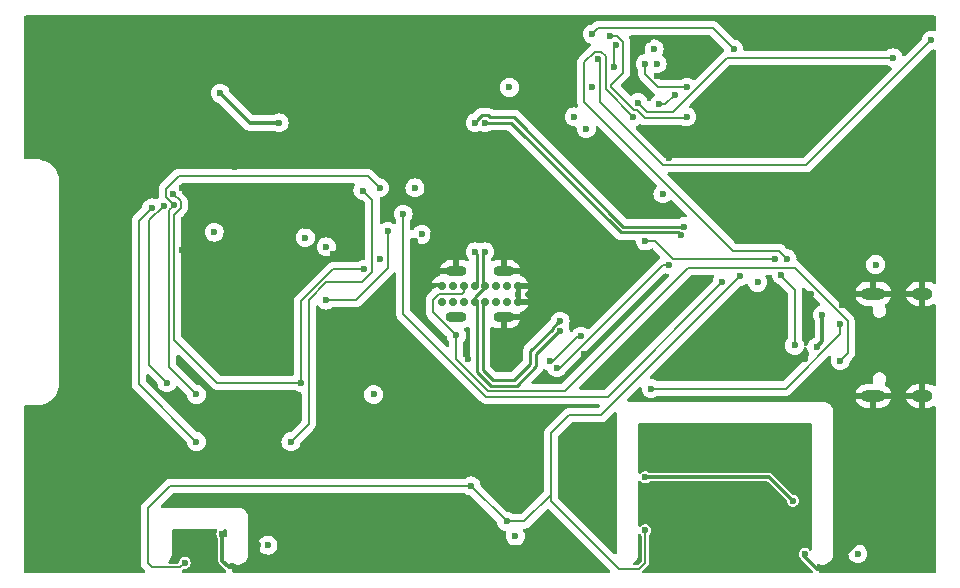
<source format=gbl>
G04 #@! TF.GenerationSoftware,KiCad,Pcbnew,8.0.3*
G04 #@! TF.CreationDate,2024-07-02T16:51:35-07:00*
G04 #@! TF.ProjectId,canary,63616e61-7279-42e6-9b69-6361645f7063,rev?*
G04 #@! TF.SameCoordinates,PX2faf080PY2faf080*
G04 #@! TF.FileFunction,Copper,L4,Bot*
G04 #@! TF.FilePolarity,Positive*
%FSLAX46Y46*%
G04 Gerber Fmt 4.6, Leading zero omitted, Abs format (unit mm)*
G04 Created by KiCad (PCBNEW 8.0.3) date 2024-07-02 16:51:35*
%MOMM*%
%LPD*%
G01*
G04 APERTURE LIST*
G04 #@! TA.AperFunction,ComponentPad*
%ADD10C,0.700000*%
G04 #@! TD*
G04 #@! TA.AperFunction,ComponentPad*
%ADD11O,1.800000X0.900000*%
G04 #@! TD*
G04 #@! TA.AperFunction,ComponentPad*
%ADD12O,2.100000X1.000000*%
G04 #@! TD*
G04 #@! TA.AperFunction,ComponentPad*
%ADD13O,1.800000X1.000000*%
G04 #@! TD*
G04 #@! TA.AperFunction,ViaPad*
%ADD14C,0.600000*%
G04 #@! TD*
G04 #@! TA.AperFunction,Conductor*
%ADD15C,0.300000*%
G04 #@! TD*
G04 #@! TA.AperFunction,Conductor*
%ADD16C,0.200000*%
G04 #@! TD*
G04 #@! TA.AperFunction,Conductor*
%ADD17C,0.278638*%
G04 #@! TD*
G04 APERTURE END LIST*
D10*
X35750000Y-23300000D03*
X36700000Y-23300000D03*
X37650000Y-23300000D03*
X38550000Y-23300000D03*
X39450000Y-23300000D03*
X40350000Y-23300000D03*
X41300000Y-23300000D03*
X42250000Y-23300000D03*
X42250000Y-24700000D03*
X41300000Y-24700000D03*
X40350000Y-24700000D03*
X39450000Y-24700000D03*
X38550000Y-24700000D03*
X37650000Y-24700000D03*
X36700000Y-24700000D03*
X35750000Y-24700000D03*
D11*
X37000000Y-22070000D03*
X37000000Y-25930000D03*
X41000000Y-22070000D03*
X41000000Y-25930000D03*
D12*
X72315000Y-32620000D03*
X72315000Y-23980000D03*
D13*
X76465000Y-32620000D03*
X76465000Y-23980000D03*
D14*
X71000000Y-11000000D03*
X71000000Y-15000000D03*
X18250000Y-10500000D03*
X69616207Y-24883793D03*
X44500000Y-14500000D03*
X62000000Y-15000000D03*
X63000000Y-9900000D03*
X40000000Y-17000000D03*
X35000000Y-32500000D03*
X47000000Y-23000000D03*
X69500000Y-31500000D03*
X48500000Y-6500000D03*
X26565687Y-20565687D03*
X28500000Y-12500000D03*
X66500000Y-46000000D03*
X5000000Y-10000000D03*
X5000000Y-15000000D03*
X74000000Y-43000000D03*
X12250000Y-11250000D03*
X53250000Y-2500000D03*
X33500000Y-19500000D03*
X15000000Y-7500000D03*
X65500000Y-6750000D03*
X48000000Y-38000000D03*
X45250000Y-14500000D03*
X18250000Y-17500000D03*
X26000000Y-27000000D03*
X64000000Y-11500000D03*
X42000000Y-38000000D03*
X40000000Y-10500000D03*
X65500000Y-11500000D03*
X54000000Y-5500000D03*
X35000000Y-19000000D03*
X40500000Y-29500000D03*
X28000000Y-44000000D03*
X13750000Y-20250000D03*
X74000000Y-38000000D03*
X67000000Y-6750000D03*
X58000000Y-29500000D03*
X62000000Y-5000000D03*
X42000000Y-45500000D03*
X34500000Y-15500000D03*
X20250000Y-45250000D03*
X71000000Y-45000000D03*
X38000000Y-10500000D03*
X19750000Y-27250000D03*
X17200000Y-44300000D03*
X5000000Y-20000000D03*
X66500000Y-29500000D03*
X18250000Y-13250000D03*
X70500000Y-25000000D03*
X68000000Y-8500000D03*
X73000000Y-2000000D03*
X63000000Y-8500000D03*
X47799265Y-29049265D03*
X67000000Y-11500000D03*
X13750000Y-15000000D03*
X56000000Y-29500000D03*
X38000000Y-29500000D03*
X55000000Y-12500000D03*
X64000000Y-6750000D03*
X30000000Y-27000000D03*
X67000000Y-24000000D03*
X68000000Y-10000000D03*
X30550000Y-21000000D03*
X45500000Y-9000000D03*
X5000000Y-25000000D03*
X5000000Y-30000000D03*
X24250000Y-18250000D03*
X48500000Y-19000000D03*
X62000000Y-2000000D03*
X73000000Y-5000000D03*
X70500000Y-31500000D03*
X9000000Y-39000000D03*
X36000000Y-7000000D03*
X38000000Y-17000000D03*
X58000000Y-23000000D03*
X55500000Y-7125000D03*
X54174551Y-7922039D03*
X68000000Y-25750000D03*
X67500000Y-28500000D03*
X56283975Y-18283975D03*
X38598400Y-9500000D03*
X39401600Y-9500000D03*
X55989043Y-19027628D03*
X60500000Y-3250000D03*
X48500000Y-1975000D03*
X53000000Y-4500000D03*
X56500000Y-6500000D03*
X17000000Y-7000000D03*
X22000000Y-9500000D03*
X54000000Y-4500000D03*
X62500000Y-23000000D03*
X33500000Y-15000000D03*
X47000000Y-9000000D03*
X30000000Y-32500000D03*
X72500000Y-21500000D03*
X26000000Y-20000000D03*
X16500000Y-18750000D03*
X48000000Y-10000000D03*
X65500000Y-41500000D03*
X41500000Y-6500000D03*
X53000000Y-39500000D03*
X42000000Y-44500000D03*
X24209620Y-19209620D03*
X21050003Y-45250000D03*
X53750000Y-3250000D03*
X34065687Y-18934313D03*
X54500000Y-15500000D03*
X71000000Y-46000000D03*
X38598400Y-20418400D03*
X45783974Y-26314426D03*
X39401600Y-20418400D03*
X45783974Y-27117626D03*
X37000000Y-27500000D03*
X69500000Y-29625000D03*
X69500000Y-26500000D03*
X53500000Y-32000000D03*
X29165380Y-21915380D03*
X77200000Y-2500000D03*
X49000000Y-4125000D03*
X13000000Y-15500000D03*
X23850000Y-31500000D03*
X74000000Y-4000000D03*
X26000000Y-24500000D03*
X31200000Y-18700000D03*
X52400000Y-7791830D03*
X44934313Y-29684313D03*
X47548491Y-27567626D03*
X64500000Y-22375000D03*
X65647827Y-28352173D03*
X59500000Y-23000000D03*
X32500000Y-17250000D03*
X15000000Y-32500000D03*
X30500000Y-15000000D03*
X13057793Y-16456322D03*
X23000000Y-36500000D03*
X52000000Y-9000000D03*
X29100000Y-15230761D03*
X65000000Y-21000000D03*
X50500000Y-2875000D03*
X12254783Y-16514349D03*
X50370558Y-4754442D03*
X53000000Y-19500000D03*
X64000000Y-21000000D03*
X12500000Y-31500000D03*
X49995558Y-2125000D03*
X15000000Y-36500000D03*
X56500000Y-9000000D03*
X11210301Y-16710301D03*
X55000000Y-21500000D03*
X45500000Y-30250000D03*
X53000000Y-44000000D03*
X38250000Y-40250000D03*
X14000000Y-46750000D03*
X61000000Y-22500000D03*
X41250000Y-43250000D03*
D15*
X66500000Y-46000000D02*
X66500000Y-46250000D01*
X68750000Y-47250000D02*
X71000000Y-45000000D01*
X66500000Y-46250000D02*
X67500000Y-47250000D01*
X67500000Y-47250000D02*
X68750000Y-47250000D01*
D16*
X45000000Y-41000000D02*
X45000000Y-35800000D01*
X45000000Y-35800000D02*
X46550000Y-34250000D01*
X49250000Y-34250000D02*
X61000000Y-22500000D01*
X46550000Y-34250000D02*
X49250000Y-34250000D01*
D15*
X17741117Y-47125000D02*
X19258883Y-47125000D01*
X20250000Y-46133883D02*
X20250000Y-45250000D01*
X17200000Y-44300000D02*
X17200000Y-46583883D01*
X17200000Y-46583883D02*
X17741117Y-47125000D01*
X19258883Y-47125000D02*
X20250000Y-46133883D01*
D16*
X54702961Y-7922039D02*
X55500000Y-7125000D01*
X54174551Y-7922039D02*
X54702961Y-7922039D01*
D15*
X68000000Y-25750000D02*
X68000000Y-28000000D01*
X68000000Y-28000000D02*
X67500000Y-28500000D01*
D17*
X39823896Y-9018162D02*
X39666415Y-8860681D01*
X39666415Y-8860681D02*
X39136785Y-8860681D01*
X38762281Y-9235185D02*
X38762281Y-9336119D01*
X56283975Y-18283975D02*
X51124687Y-18283975D01*
X38762281Y-9336119D02*
X38598400Y-9500000D01*
X41858874Y-9018162D02*
X39823896Y-9018162D01*
X39136785Y-8860681D02*
X38762281Y-9235185D01*
X51124687Y-18283975D02*
X41858874Y-9018162D01*
X55727228Y-18765813D02*
X50925101Y-18765813D01*
X41659288Y-9500000D02*
X39401600Y-9500000D01*
X55989043Y-19027628D02*
X55727228Y-18765813D01*
X50925101Y-18765813D02*
X41659288Y-9500000D01*
D16*
X58750000Y-1500000D02*
X48975000Y-1500000D01*
X48975000Y-1500000D02*
X48500000Y-1975000D01*
X60500000Y-3250000D02*
X58750000Y-1500000D01*
X53000000Y-4500000D02*
X53000000Y-5383884D01*
X53000000Y-5383884D02*
X54116116Y-6500000D01*
X54116116Y-6500000D02*
X56500000Y-6500000D01*
D15*
X19500000Y-9500000D02*
X22000000Y-9500000D01*
X17000000Y-7000000D02*
X19500000Y-9500000D01*
X53000000Y-39500000D02*
X63500000Y-39500000D01*
X63500000Y-39500000D02*
X65500000Y-41500000D01*
D17*
X43259081Y-29900207D02*
X41900207Y-31259081D01*
X43259081Y-28839319D02*
X43259081Y-29900207D01*
X45144655Y-26852811D02*
X45144655Y-26953745D01*
X45620093Y-26478307D02*
X45519159Y-26478307D01*
X39240919Y-24909081D02*
X39450000Y-24700000D01*
X39240919Y-30400207D02*
X39240919Y-24909081D01*
X38550000Y-23300000D02*
X38759081Y-23090919D01*
X38759081Y-20579081D02*
X38598400Y-20418400D01*
X45144655Y-26953745D02*
X43259081Y-28839319D01*
X45519159Y-26478307D02*
X45144655Y-26852811D01*
X45783974Y-26314426D02*
X45620093Y-26478307D01*
X38759081Y-23090919D02*
X38759081Y-20579081D01*
X40099793Y-31259081D02*
X39240919Y-30400207D01*
X41900207Y-31259081D02*
X40099793Y-31259081D01*
X45783974Y-27117626D02*
X45662196Y-27117626D01*
X39240919Y-20579081D02*
X39401600Y-20418400D01*
X45662196Y-27117626D02*
X43740919Y-29038903D01*
X39450000Y-23300000D02*
X39240919Y-23090919D01*
X38550000Y-24700000D02*
X38550000Y-24274845D01*
X43740919Y-30099793D02*
X42099793Y-31740919D01*
X38759081Y-30599793D02*
X38759081Y-24909081D01*
X38550000Y-24274845D02*
X39450000Y-23374845D01*
X39900207Y-31740919D02*
X38759081Y-30599793D01*
X39240919Y-23090919D02*
X39240919Y-20579081D01*
X38759081Y-24909081D02*
X38550000Y-24700000D01*
X42099793Y-31740919D02*
X39900207Y-31740919D01*
X43740919Y-29038903D02*
X43740919Y-30099793D01*
D16*
X46178646Y-32205238D02*
X39705238Y-32205238D01*
X70125000Y-26241116D02*
X65633884Y-21750000D01*
X35495405Y-24000000D02*
X35000000Y-24495405D01*
X37650000Y-23794974D02*
X37444974Y-24000000D01*
X37000000Y-29500000D02*
X37000000Y-27500000D01*
X70125000Y-29000000D02*
X70125000Y-26241116D01*
X35000000Y-24495405D02*
X35000000Y-25500000D01*
X65633884Y-21750000D02*
X56633884Y-21750000D01*
X35000000Y-25500000D02*
X37000000Y-27500000D01*
X39705238Y-32205238D02*
X37000000Y-29500000D01*
X56633884Y-21750000D02*
X46178646Y-32205238D01*
X37444974Y-24000000D02*
X35495405Y-24000000D01*
X69500000Y-29625000D02*
X70125000Y-29000000D01*
X37650000Y-23300000D02*
X37650000Y-23794974D01*
X69500000Y-26500000D02*
X69500000Y-27383884D01*
X64883884Y-32000000D02*
X53500000Y-32000000D01*
X69500000Y-27383884D02*
X64883884Y-32000000D01*
X66600000Y-13100000D02*
X77200000Y-2500000D01*
X13657793Y-16704851D02*
X13099997Y-17262647D01*
X13657793Y-16157793D02*
X13657793Y-16704851D01*
X13099997Y-17262647D02*
X13099997Y-27849997D01*
X54475000Y-13100000D02*
X66600000Y-13100000D01*
X23850000Y-31500000D02*
X23850000Y-24584315D01*
X13099997Y-27849997D02*
X16750000Y-31500000D01*
X13000000Y-15500000D02*
X13657793Y-16157793D01*
X23850000Y-24584315D02*
X26518935Y-21915380D01*
X49000000Y-4125000D02*
X49125000Y-4250000D01*
X49125000Y-7750000D02*
X54475000Y-13100000D01*
X26518935Y-21915380D02*
X29165380Y-21915380D01*
X16750000Y-31500000D02*
X23850000Y-31500000D01*
X49125000Y-4250000D02*
X49125000Y-7750000D01*
X31200000Y-18700000D02*
X31200000Y-21800000D01*
X53180209Y-8572039D02*
X55347200Y-8572039D01*
X55347200Y-8572039D02*
X59919239Y-4000000D01*
X28500000Y-24500000D02*
X26000000Y-24500000D01*
X59919239Y-4000000D02*
X74000000Y-4000000D01*
X31200000Y-21800000D02*
X28500000Y-24500000D01*
X52400000Y-7791830D02*
X53180209Y-8572039D01*
X64500000Y-22500000D02*
X65647827Y-23647827D01*
X47333845Y-27567626D02*
X47548491Y-27567626D01*
X65647827Y-28352173D02*
X65647827Y-23647827D01*
X44934313Y-29684313D02*
X45217158Y-29684313D01*
X64500000Y-22500000D02*
X64500000Y-22375000D01*
X45217158Y-29684313D02*
X47333845Y-27567626D01*
X32500000Y-25671752D02*
X39508486Y-32680238D01*
X32500000Y-17250000D02*
X32500000Y-25671752D01*
X49819762Y-32680238D02*
X59500000Y-23000000D01*
X39508486Y-32680238D02*
X49819762Y-32680238D01*
X12699997Y-30199997D02*
X15000000Y-32500000D01*
X12699997Y-16917664D02*
X12699997Y-30199997D01*
X29500000Y-14000000D02*
X30500000Y-15000000D01*
X13057793Y-16456322D02*
X12400000Y-15798529D01*
X12400000Y-15100000D02*
X13500000Y-14000000D01*
X13500000Y-14000000D02*
X29500000Y-14000000D01*
X13057793Y-16456322D02*
X13057793Y-16559868D01*
X13057793Y-16559868D02*
X12699997Y-16917664D01*
X12400000Y-15798529D02*
X12400000Y-15100000D01*
X49269239Y-3475000D02*
X48730761Y-3475000D01*
X48730761Y-3475000D02*
X47850000Y-4355761D01*
X29900000Y-16030761D02*
X29900000Y-22100000D01*
X52000000Y-9000000D02*
X49650000Y-6650000D01*
X47850000Y-7769239D02*
X60430761Y-20350000D01*
X47850000Y-4355761D02*
X47850000Y-7769239D01*
X26000000Y-23000000D02*
X24500000Y-24500000D01*
X49650000Y-3855761D02*
X49269239Y-3475000D01*
X29900000Y-22100000D02*
X29000000Y-23000000D01*
X24500000Y-35000000D02*
X23000000Y-36500000D01*
X49650000Y-6650000D02*
X49650000Y-3855761D01*
X29000000Y-23000000D02*
X26000000Y-23000000D01*
X24500000Y-24500000D02*
X24500000Y-35000000D01*
X60430761Y-20350000D02*
X64350000Y-20350000D01*
X64350000Y-20350000D02*
X65000000Y-21000000D01*
X29100000Y-15230761D02*
X29900000Y-16030761D01*
X55348529Y-21000000D02*
X53848529Y-19500000D01*
X11000000Y-17769132D02*
X11000000Y-30000000D01*
X50370558Y-4754442D02*
X50370558Y-3004442D01*
X50370558Y-3004442D02*
X50500000Y-2875000D01*
X64000000Y-21000000D02*
X55348529Y-21000000D01*
X53848529Y-19500000D02*
X53000000Y-19500000D01*
X12254783Y-16514349D02*
X11000000Y-17769132D01*
X11000000Y-30000000D02*
X12500000Y-31500000D01*
X52258884Y-8375000D02*
X53008884Y-9125000D01*
X11210301Y-16710301D02*
X10100000Y-17820602D01*
X56375000Y-9125000D02*
X56500000Y-9000000D01*
X51125000Y-5258884D02*
X50125000Y-6258884D01*
X10100000Y-17820602D02*
X10100000Y-31600000D01*
X53008884Y-9125000D02*
X56375000Y-9125000D01*
X10100000Y-31600000D02*
X15000000Y-36500000D01*
X52046752Y-8375000D02*
X52258884Y-8375000D01*
X51125000Y-2616116D02*
X51125000Y-5258884D01*
X50633884Y-2125000D02*
X51125000Y-2616116D01*
X50125000Y-6258884D02*
X50125000Y-6453248D01*
X49995558Y-2125000D02*
X50633884Y-2125000D01*
X50125000Y-6453248D02*
X52046752Y-8375000D01*
X45500000Y-30250000D02*
X45750000Y-30250000D01*
X45750000Y-30250000D02*
X54500000Y-21500000D01*
X54500000Y-21500000D02*
X55000000Y-21500000D01*
X41250000Y-43250000D02*
X42750000Y-43250000D01*
X50750000Y-47250000D02*
X45000000Y-41500000D01*
X45000000Y-41500000D02*
X45000000Y-41000000D01*
X12750000Y-40250000D02*
X10875000Y-42125000D01*
X38250000Y-40250000D02*
X12750000Y-40250000D01*
X42750000Y-43250000D02*
X45000000Y-41000000D01*
X10875000Y-42125000D02*
X10875000Y-46758883D01*
X53000000Y-44000000D02*
X53000000Y-46750000D01*
X53000000Y-46750000D02*
X52500000Y-47250000D01*
X13625000Y-47125000D02*
X14000000Y-46750000D01*
X10875000Y-46758883D02*
X11241117Y-47125000D01*
X38250000Y-40250000D02*
X41250000Y-43250000D01*
X11241117Y-47125000D02*
X13625000Y-47125000D01*
X52500000Y-47250000D02*
X50750000Y-47250000D01*
G04 #@! TA.AperFunction,NonConductor*
G36*
X16706314Y-43920185D02*
G01*
X16752069Y-43972989D01*
X16762013Y-44042147D01*
X16752069Y-44076011D01*
X16714835Y-44157541D01*
X16714834Y-44157542D01*
X16694353Y-44300000D01*
X16714834Y-44442456D01*
X16774622Y-44573371D01*
X16774623Y-44573373D01*
X16819213Y-44624833D01*
X16848238Y-44688388D01*
X16849500Y-44706035D01*
X16849500Y-46630027D01*
X16863655Y-46682853D01*
X16868105Y-46699460D01*
X16868105Y-46699462D01*
X16873385Y-46719170D01*
X16919527Y-46799091D01*
X16919531Y-46799096D01*
X17508254Y-47387819D01*
X17541739Y-47449142D01*
X17536755Y-47518834D01*
X17494883Y-47574767D01*
X17429419Y-47599184D01*
X17420573Y-47599500D01*
X13866916Y-47599500D01*
X13799877Y-47579815D01*
X13754122Y-47527011D01*
X13744178Y-47457853D01*
X13773203Y-47394297D01*
X13804918Y-47368112D01*
X13806938Y-47366945D01*
X13809511Y-47365460D01*
X13865460Y-47309511D01*
X13865461Y-47309510D01*
X13888153Y-47286819D01*
X13949476Y-47253334D01*
X13975834Y-47250500D01*
X14071962Y-47250500D01*
X14071962Y-47250499D01*
X14210053Y-47209953D01*
X14331128Y-47132143D01*
X14425377Y-47023373D01*
X14485165Y-46892457D01*
X14505647Y-46750000D01*
X14485165Y-46607543D01*
X14425377Y-46476627D01*
X14331128Y-46367857D01*
X14210053Y-46290047D01*
X14210051Y-46290046D01*
X14210049Y-46290045D01*
X14210050Y-46290045D01*
X14071963Y-46249500D01*
X14071961Y-46249500D01*
X13928039Y-46249500D01*
X13928036Y-46249500D01*
X13789949Y-46290045D01*
X13668873Y-46367856D01*
X13574623Y-46476626D01*
X13574622Y-46476628D01*
X13514834Y-46607543D01*
X13498933Y-46718146D01*
X13469908Y-46781702D01*
X13411130Y-46819477D01*
X13376195Y-46824500D01*
X12748362Y-46824500D01*
X12681323Y-46804815D01*
X12635568Y-46752011D01*
X12625624Y-46682853D01*
X12654649Y-46619297D01*
X12660681Y-46612819D01*
X12699461Y-46574038D01*
X12699464Y-46574035D01*
X12798013Y-46426547D01*
X12865894Y-46262666D01*
X12900500Y-46088691D01*
X12900500Y-46000000D01*
X12900500Y-45942417D01*
X12900500Y-44024500D01*
X12920185Y-43957461D01*
X12972989Y-43911706D01*
X13024500Y-43900500D01*
X13057583Y-43900500D01*
X16639275Y-43900500D01*
X16706314Y-43920185D01*
G37*
G04 #@! TD.AperFunction*
G04 #@! TA.AperFunction,NonConductor*
G36*
X52605703Y-44311168D02*
G01*
X52618206Y-44323671D01*
X52668872Y-44382143D01*
X52668874Y-44382144D01*
X52669213Y-44382535D01*
X52698238Y-44446091D01*
X52699500Y-44463738D01*
X52699500Y-46574167D01*
X52679815Y-46641206D01*
X52663181Y-46661848D01*
X52411848Y-46913181D01*
X52350525Y-46946666D01*
X52324167Y-46949500D01*
X52108604Y-46949500D01*
X52041565Y-46929815D01*
X51995810Y-46877011D01*
X51985866Y-46807853D01*
X52014891Y-46744297D01*
X52039712Y-46722398D01*
X52057611Y-46710438D01*
X52074035Y-46699464D01*
X52199464Y-46574035D01*
X52298013Y-46426547D01*
X52365894Y-46262666D01*
X52400500Y-46088691D01*
X52400500Y-46000000D01*
X52400500Y-45942417D01*
X52400500Y-44404881D01*
X52420185Y-44337842D01*
X52472989Y-44292087D01*
X52542147Y-44282143D01*
X52605703Y-44311168D01*
G37*
G04 #@! TD.AperFunction*
G04 #@! TA.AperFunction,NonConductor*
G36*
X67042539Y-34920185D02*
G01*
X67088294Y-34972989D01*
X67099500Y-35024500D01*
X67099500Y-45595118D01*
X67079815Y-45662157D01*
X67027011Y-45707912D01*
X66957853Y-45717856D01*
X66894297Y-45688831D01*
X66881787Y-45676321D01*
X66869514Y-45662157D01*
X66831128Y-45617857D01*
X66710053Y-45540047D01*
X66710051Y-45540046D01*
X66710049Y-45540045D01*
X66710050Y-45540045D01*
X66571963Y-45499500D01*
X66571961Y-45499500D01*
X66428039Y-45499500D01*
X66428036Y-45499500D01*
X66289949Y-45540045D01*
X66168873Y-45617856D01*
X66074623Y-45726626D01*
X66074622Y-45726628D01*
X66014834Y-45857543D01*
X65994353Y-46000000D01*
X66014834Y-46142456D01*
X66074622Y-46273371D01*
X66074625Y-46273377D01*
X66169204Y-46382527D01*
X66182878Y-46401729D01*
X66219527Y-46465208D01*
X66219531Y-46465213D01*
X67142137Y-47387819D01*
X67175622Y-47449142D01*
X67170638Y-47518834D01*
X67128766Y-47574767D01*
X67063302Y-47599184D01*
X67054456Y-47599500D01*
X52874833Y-47599500D01*
X52807794Y-47579815D01*
X52762039Y-47527011D01*
X52752095Y-47457853D01*
X52781120Y-47394297D01*
X52787152Y-47387819D01*
X52971115Y-47203856D01*
X53240460Y-46934511D01*
X53280022Y-46865988D01*
X53300500Y-46789562D01*
X53300500Y-46710438D01*
X53300500Y-44463738D01*
X53320185Y-44396699D01*
X53330787Y-44382535D01*
X53331124Y-44382144D01*
X53331128Y-44382143D01*
X53425377Y-44273373D01*
X53485165Y-44142457D01*
X53505647Y-44000000D01*
X53485165Y-43857543D01*
X53425377Y-43726627D01*
X53331128Y-43617857D01*
X53210053Y-43540047D01*
X53210051Y-43540046D01*
X53210049Y-43540045D01*
X53210050Y-43540045D01*
X53071963Y-43499500D01*
X53071961Y-43499500D01*
X52928039Y-43499500D01*
X52928036Y-43499500D01*
X52789949Y-43540045D01*
X52668873Y-43617856D01*
X52618213Y-43676321D01*
X52559434Y-43714095D01*
X52489565Y-43714095D01*
X52430787Y-43676320D01*
X52401762Y-43612765D01*
X52400500Y-43595118D01*
X52400500Y-39904881D01*
X52420185Y-39837842D01*
X52472989Y-39792087D01*
X52542147Y-39782143D01*
X52605703Y-39811168D01*
X52618213Y-39823679D01*
X52667699Y-39880790D01*
X52668872Y-39882143D01*
X52789947Y-39959953D01*
X52789950Y-39959954D01*
X52789949Y-39959954D01*
X52928036Y-40000499D01*
X52928038Y-40000500D01*
X52928039Y-40000500D01*
X53071962Y-40000500D01*
X53071962Y-40000499D01*
X53210053Y-39959953D01*
X53331128Y-39882143D01*
X53331136Y-39882133D01*
X53332688Y-39880790D01*
X53334572Y-39879929D01*
X53338589Y-39877348D01*
X53338960Y-39877925D01*
X53396243Y-39851763D01*
X53413895Y-39850500D01*
X63303456Y-39850500D01*
X63370495Y-39870185D01*
X63391137Y-39886819D01*
X64963495Y-41459177D01*
X64996980Y-41520500D01*
X64998552Y-41529210D01*
X65014834Y-41642456D01*
X65074622Y-41773371D01*
X65074623Y-41773373D01*
X65168872Y-41882143D01*
X65289947Y-41959953D01*
X65289950Y-41959954D01*
X65289949Y-41959954D01*
X65428036Y-42000499D01*
X65428038Y-42000500D01*
X65428039Y-42000500D01*
X65571962Y-42000500D01*
X65571962Y-42000499D01*
X65710053Y-41959953D01*
X65831128Y-41882143D01*
X65925377Y-41773373D01*
X65985165Y-41642457D01*
X66005647Y-41500000D01*
X65985165Y-41357543D01*
X65925377Y-41226627D01*
X65831128Y-41117857D01*
X65710053Y-41040047D01*
X65710051Y-41040046D01*
X65710049Y-41040045D01*
X65710050Y-41040045D01*
X65571963Y-40999500D01*
X65571961Y-40999500D01*
X65546544Y-40999500D01*
X65479505Y-40979815D01*
X65458863Y-40963181D01*
X63715213Y-39219531D01*
X63715208Y-39219527D01*
X63635291Y-39173387D01*
X63635287Y-39173385D01*
X63629926Y-39171949D01*
X63629926Y-39171948D01*
X63561476Y-39153608D01*
X63546144Y-39149500D01*
X63546143Y-39149500D01*
X53413895Y-39149500D01*
X53346856Y-39129815D01*
X53332688Y-39119210D01*
X53331132Y-39117862D01*
X53331128Y-39117857D01*
X53210053Y-39040047D01*
X53210051Y-39040046D01*
X53210049Y-39040045D01*
X53210050Y-39040045D01*
X53071963Y-38999500D01*
X53071961Y-38999500D01*
X52928039Y-38999500D01*
X52928036Y-38999500D01*
X52789949Y-39040045D01*
X52668873Y-39117856D01*
X52668872Y-39117856D01*
X52668872Y-39117857D01*
X52641453Y-39149500D01*
X52618213Y-39176321D01*
X52559434Y-39214095D01*
X52489565Y-39214095D01*
X52430787Y-39176320D01*
X52401762Y-39112765D01*
X52400500Y-39095118D01*
X52400500Y-35024500D01*
X52420185Y-34957461D01*
X52472989Y-34911706D01*
X52524500Y-34900500D01*
X52557583Y-34900500D01*
X66942417Y-34900500D01*
X66975500Y-34900500D01*
X67042539Y-34920185D01*
G37*
G04 #@! TD.AperFunction*
G04 #@! TA.AperFunction,Conductor*
G36*
X77525000Y-420462D02*
G01*
X77579538Y-475000D01*
X77599500Y-549500D01*
X77599500Y-1581703D01*
X77579538Y-1656203D01*
X77525000Y-1710741D01*
X77450500Y-1730703D01*
X77401292Y-1722343D01*
X77379255Y-1714632D01*
X77379253Y-1714631D01*
X77200001Y-1694435D01*
X77199999Y-1694435D01*
X77020747Y-1714631D01*
X76850477Y-1774211D01*
X76697738Y-1870184D01*
X76570184Y-1997738D01*
X76474211Y-2150477D01*
X76414632Y-2320745D01*
X76405817Y-2398974D01*
X76377638Y-2470771D01*
X76363113Y-2487649D01*
X75016461Y-3834301D01*
X74949666Y-3872865D01*
X74872538Y-3872865D01*
X74805743Y-3834301D01*
X74770465Y-3778155D01*
X74725789Y-3650478D01*
X74629816Y-3497738D01*
X74502262Y-3370184D01*
X74349522Y-3274211D01*
X74179255Y-3214632D01*
X74179254Y-3214631D01*
X74179253Y-3214631D01*
X74000001Y-3194435D01*
X73999999Y-3194435D01*
X73820747Y-3214631D01*
X73650477Y-3274211D01*
X73490653Y-3374636D01*
X73489270Y-3372435D01*
X73431033Y-3397838D01*
X73408839Y-3399500D01*
X61454565Y-3399500D01*
X61380065Y-3379538D01*
X61325527Y-3325000D01*
X61307625Y-3258188D01*
X61306502Y-3258315D01*
X61305662Y-3250863D01*
X61305565Y-3250500D01*
X61305565Y-3249998D01*
X61285368Y-3070747D01*
X61285368Y-3070745D01*
X61225789Y-2900478D01*
X61129816Y-2747738D01*
X61002262Y-2620184D01*
X60849522Y-2524211D01*
X60679255Y-2464632D01*
X60662354Y-2462727D01*
X60601024Y-2455817D01*
X60529228Y-2427638D01*
X60512349Y-2413113D01*
X59239015Y-1139780D01*
X59239013Y-1139777D01*
X59118715Y-1019479D01*
X59031906Y-969361D01*
X59031905Y-969360D01*
X58981786Y-940423D01*
X58829057Y-899499D01*
X58670943Y-899499D01*
X58661814Y-899499D01*
X58661798Y-899500D01*
X48895938Y-899500D01*
X48855019Y-910464D01*
X48855019Y-910465D01*
X48799117Y-925444D01*
X48743215Y-940423D01*
X48606283Y-1019480D01*
X48494478Y-1131286D01*
X48494470Y-1131294D01*
X48487642Y-1138121D01*
X48420844Y-1176680D01*
X48398975Y-1180817D01*
X48320745Y-1189632D01*
X48150477Y-1249211D01*
X47997738Y-1345184D01*
X47870184Y-1472738D01*
X47774211Y-1625477D01*
X47714631Y-1795747D01*
X47694435Y-1974998D01*
X47694435Y-1975001D01*
X47714631Y-2154252D01*
X47714631Y-2154254D01*
X47714632Y-2154255D01*
X47774211Y-2324522D01*
X47870184Y-2477262D01*
X47997738Y-2604816D01*
X48150478Y-2700789D01*
X48300944Y-2753439D01*
X48364667Y-2796884D01*
X48398132Y-2866374D01*
X48392369Y-2943287D01*
X48357089Y-2999434D01*
X48250241Y-3106283D01*
X48250241Y-3106284D01*
X47369479Y-3987045D01*
X47324203Y-4065468D01*
X47324203Y-4065469D01*
X47290423Y-4123976D01*
X47290422Y-4123978D01*
X47249499Y-4276703D01*
X47249499Y-4446822D01*
X47249500Y-4446835D01*
X47249500Y-7681036D01*
X47249499Y-7681054D01*
X47249499Y-7848296D01*
X47290423Y-8001024D01*
X47291898Y-8004563D01*
X47292424Y-8008491D01*
X47292994Y-8010619D01*
X47292718Y-8010692D01*
X47302133Y-8081009D01*
X47272773Y-8152331D01*
X47211687Y-8199418D01*
X47137682Y-8209947D01*
X47044226Y-8199418D01*
X47000001Y-8194435D01*
X46999999Y-8194435D01*
X46820747Y-8214631D01*
X46650477Y-8274211D01*
X46497738Y-8370184D01*
X46370184Y-8497738D01*
X46274211Y-8650477D01*
X46214631Y-8820747D01*
X46194435Y-8999998D01*
X46194435Y-9000001D01*
X46214631Y-9179252D01*
X46214631Y-9179254D01*
X46214632Y-9179255D01*
X46274211Y-9349522D01*
X46370184Y-9502262D01*
X46497738Y-9629816D01*
X46650478Y-9725789D01*
X46820745Y-9785368D01*
X46860418Y-9789838D01*
X46999999Y-9805565D01*
X47000000Y-9805565D01*
X47033458Y-9801795D01*
X47109724Y-9813290D01*
X47170025Y-9861378D01*
X47198204Y-9933174D01*
X47198204Y-9966538D01*
X47194435Y-9999994D01*
X47194435Y-10000001D01*
X47214631Y-10179252D01*
X47214631Y-10179254D01*
X47214632Y-10179255D01*
X47274211Y-10349522D01*
X47370184Y-10502262D01*
X47497738Y-10629816D01*
X47650478Y-10725789D01*
X47820745Y-10785368D01*
X47910372Y-10795466D01*
X47999999Y-10805565D01*
X48000000Y-10805565D01*
X48000001Y-10805565D01*
X48044813Y-10800515D01*
X48179255Y-10785368D01*
X48349522Y-10725789D01*
X48502262Y-10629816D01*
X48629816Y-10502262D01*
X48725789Y-10349522D01*
X48785368Y-10179255D01*
X48800515Y-10044813D01*
X48805565Y-10000001D01*
X48805229Y-9997021D01*
X48799152Y-9943087D01*
X48810646Y-9866825D01*
X48858734Y-9806523D01*
X48930530Y-9778344D01*
X49006797Y-9789838D01*
X49052574Y-9821048D01*
X53944365Y-14712839D01*
X53982929Y-14779634D01*
X53982929Y-14856762D01*
X53944365Y-14923557D01*
X53870184Y-14997738D01*
X53774211Y-15150477D01*
X53714631Y-15320747D01*
X53694435Y-15499998D01*
X53694435Y-15500001D01*
X53714631Y-15679252D01*
X53714631Y-15679254D01*
X53714632Y-15679255D01*
X53774211Y-15849522D01*
X53870184Y-16002262D01*
X53997738Y-16129816D01*
X54150478Y-16225789D01*
X54320745Y-16285368D01*
X54410372Y-16295466D01*
X54499999Y-16305565D01*
X54500000Y-16305565D01*
X54500001Y-16305565D01*
X54544813Y-16300515D01*
X54679255Y-16285368D01*
X54849522Y-16225789D01*
X55002262Y-16129816D01*
X55076443Y-16055635D01*
X55143238Y-16017071D01*
X55220366Y-16017071D01*
X55287161Y-16055635D01*
X56462926Y-17231400D01*
X56501490Y-17298195D01*
X56501490Y-17375323D01*
X56462926Y-17442118D01*
X56396131Y-17480682D01*
X56340884Y-17484822D01*
X56283976Y-17478410D01*
X56283974Y-17478410D01*
X56104722Y-17498606D01*
X55934452Y-17558186D01*
X55833979Y-17621318D01*
X55760277Y-17644052D01*
X55754706Y-17644156D01*
X51451427Y-17644156D01*
X51376927Y-17624194D01*
X51346068Y-17600515D01*
X42266738Y-8521185D01*
X42266735Y-8521182D01*
X42161942Y-8451162D01*
X42161938Y-8451160D01*
X42161936Y-8451159D01*
X42082802Y-8418381D01*
X42045502Y-8402931D01*
X42045500Y-8402930D01*
X42045501Y-8402930D01*
X41946478Y-8383233D01*
X41921891Y-8378343D01*
X41921890Y-8378343D01*
X40141387Y-8378343D01*
X40066887Y-8358381D01*
X40058620Y-8353240D01*
X39969483Y-8293681D01*
X39969479Y-8293679D01*
X39969477Y-8293678D01*
X39863448Y-8249760D01*
X39853043Y-8245450D01*
X39853041Y-8245449D01*
X39853042Y-8245449D01*
X39754019Y-8225752D01*
X39729432Y-8220862D01*
X39073768Y-8220862D01*
X39049181Y-8225752D01*
X38950158Y-8245449D01*
X38833722Y-8293678D01*
X38833712Y-8293684D01*
X38728925Y-8363700D01*
X38728920Y-8363704D01*
X38639803Y-8452822D01*
X38379888Y-8712735D01*
X38323742Y-8748014D01*
X38248878Y-8774210D01*
X38096138Y-8870184D01*
X37968584Y-8997738D01*
X37872611Y-9150477D01*
X37813031Y-9320747D01*
X37792835Y-9499998D01*
X37792835Y-9500001D01*
X37813031Y-9679252D01*
X37813031Y-9679254D01*
X37813032Y-9679255D01*
X37872611Y-9849522D01*
X37968584Y-10002262D01*
X38096138Y-10129816D01*
X38248878Y-10225789D01*
X38419145Y-10285368D01*
X38508772Y-10295466D01*
X38598399Y-10305565D01*
X38598400Y-10305565D01*
X38598401Y-10305565D01*
X38634251Y-10301525D01*
X38777655Y-10285368D01*
X38947922Y-10225789D01*
X38947926Y-10225786D01*
X38950788Y-10224785D01*
X39027701Y-10219022D01*
X39049212Y-10224785D01*
X39052073Y-10225786D01*
X39052078Y-10225789D01*
X39222345Y-10285368D01*
X39311972Y-10295466D01*
X39401599Y-10305565D01*
X39401600Y-10305565D01*
X39401601Y-10305565D01*
X39446413Y-10300515D01*
X39580855Y-10285368D01*
X39751122Y-10225789D01*
X39851596Y-10162657D01*
X39925298Y-10139923D01*
X39930869Y-10139819D01*
X41332548Y-10139819D01*
X41407048Y-10159781D01*
X41437907Y-10183460D01*
X50517240Y-19262793D01*
X50622033Y-19332813D01*
X50738473Y-19381044D01*
X50862084Y-19405632D01*
X50988117Y-19405632D01*
X52050648Y-19405632D01*
X52125148Y-19425594D01*
X52179686Y-19480132D01*
X52198711Y-19537950D01*
X52214631Y-19679252D01*
X52214631Y-19679254D01*
X52214632Y-19679255D01*
X52274211Y-19849522D01*
X52370184Y-20002262D01*
X52497738Y-20129816D01*
X52650478Y-20225789D01*
X52820745Y-20285368D01*
X52910372Y-20295466D01*
X52999999Y-20305565D01*
X53000000Y-20305565D01*
X53000001Y-20305565D01*
X53044813Y-20300515D01*
X53179255Y-20285368D01*
X53349522Y-20225789D01*
X53479551Y-20144085D01*
X53553252Y-20121352D01*
X53628447Y-20138515D01*
X53664183Y-20164889D01*
X54239636Y-20740342D01*
X54278200Y-20807137D01*
X54278200Y-20884265D01*
X54239636Y-20951060D01*
X54208778Y-20974738D01*
X54131284Y-21019479D01*
X48234384Y-26916378D01*
X48167589Y-26954942D01*
X48090461Y-26954942D01*
X48049752Y-26937181D01*
X47898013Y-26841837D01*
X47727743Y-26782257D01*
X47727744Y-26782257D01*
X47548492Y-26762061D01*
X47548490Y-26762061D01*
X47369238Y-26782257D01*
X47198968Y-26841837D01*
X47046229Y-26937810D01*
X46918673Y-27065366D01*
X46861139Y-27156930D01*
X46804600Y-27209390D01*
X46729406Y-27226552D01*
X46655704Y-27203817D01*
X46603244Y-27147278D01*
X46586915Y-27094338D01*
X46583651Y-27065366D01*
X46569342Y-26938371D01*
X46509763Y-26768104D01*
X46509760Y-26768099D01*
X46508759Y-26765238D01*
X46502996Y-26688325D01*
X46508759Y-26666814D01*
X46509760Y-26663952D01*
X46509763Y-26663948D01*
X46569342Y-26493681D01*
X46589539Y-26314426D01*
X46569342Y-26135171D01*
X46509763Y-25964904D01*
X46413790Y-25812164D01*
X46286236Y-25684610D01*
X46133496Y-25588637D01*
X45963229Y-25529058D01*
X45963228Y-25529057D01*
X45963227Y-25529057D01*
X45783975Y-25508861D01*
X45783973Y-25508861D01*
X45604721Y-25529057D01*
X45434451Y-25588637D01*
X45281712Y-25684610D01*
X45154158Y-25812164D01*
X45058183Y-25964905D01*
X45031988Y-26039768D01*
X44996709Y-26095915D01*
X44647678Y-26444946D01*
X44647674Y-26444951D01*
X44577657Y-26549737D01*
X44577654Y-26549744D01*
X44542214Y-26635304D01*
X44509915Y-26683642D01*
X42851220Y-28342339D01*
X42762104Y-28431454D01*
X42762100Y-28431459D01*
X42692084Y-28536246D01*
X42692078Y-28536256D01*
X42643849Y-28652692D01*
X42619262Y-28776302D01*
X42619262Y-29573467D01*
X42599300Y-29647967D01*
X42575621Y-29678826D01*
X41678826Y-30575621D01*
X41612031Y-30614185D01*
X41573467Y-30619262D01*
X40426533Y-30619262D01*
X40352033Y-30599300D01*
X40321174Y-30575621D01*
X39924379Y-30178826D01*
X39885815Y-30112031D01*
X39880738Y-30073467D01*
X39880738Y-26903269D01*
X39900700Y-26828769D01*
X39955238Y-26774231D01*
X40029738Y-26754269D01*
X40092828Y-26770075D01*
X40093242Y-26769078D01*
X40099969Y-26771864D01*
X40099987Y-26771869D01*
X40100010Y-26771881D01*
X40272893Y-26843491D01*
X40272897Y-26843492D01*
X40456433Y-26880000D01*
X40750000Y-26880000D01*
X40750000Y-26180012D01*
X41250000Y-26180012D01*
X41250000Y-26880000D01*
X41543567Y-26880000D01*
X41727102Y-26843492D01*
X41727106Y-26843491D01*
X41899986Y-26771882D01*
X41899998Y-26771876D01*
X42055588Y-26667913D01*
X42055593Y-26667909D01*
X42187909Y-26535593D01*
X42187913Y-26535588D01*
X42291876Y-26379998D01*
X42291881Y-26379989D01*
X42363490Y-26207108D01*
X42363492Y-26207100D01*
X42368884Y-26180000D01*
X41524747Y-26180000D01*
X41616608Y-26141950D01*
X41686938Y-26071620D01*
X41725000Y-25979730D01*
X41725000Y-25880270D01*
X41686938Y-25788380D01*
X41616608Y-25718050D01*
X41524747Y-25680000D01*
X42368884Y-25680000D01*
X42372759Y-25675276D01*
X42376609Y-25616523D01*
X42419458Y-25552393D01*
X42486727Y-25518670D01*
X42514112Y-25512849D01*
X42514115Y-25512848D01*
X42677339Y-25440176D01*
X42677341Y-25440175D01*
X42821891Y-25335154D01*
X42821898Y-25335148D01*
X42941451Y-25202370D01*
X43030790Y-25047631D01*
X43030791Y-25047629D01*
X43062513Y-24950000D01*
X42294390Y-24950000D01*
X42219890Y-24930038D01*
X42175451Y-24885599D01*
X42210218Y-24900000D01*
X42289782Y-24900000D01*
X42363291Y-24869552D01*
X42419552Y-24813291D01*
X42450000Y-24739782D01*
X42450000Y-24660218D01*
X42419552Y-24586709D01*
X42363291Y-24530448D01*
X42289782Y-24500000D01*
X42210218Y-24500000D01*
X42137336Y-24530187D01*
X42136497Y-24522197D01*
X42113039Y-24450000D01*
X42500000Y-24450000D01*
X43062513Y-24450000D01*
X43030791Y-24352370D01*
X43030790Y-24352368D01*
X42941451Y-24197629D01*
X42853275Y-24099700D01*
X42818260Y-24030978D01*
X42822297Y-23953956D01*
X42853275Y-23900300D01*
X42941451Y-23802370D01*
X43030790Y-23647631D01*
X43030791Y-23647629D01*
X43062513Y-23550000D01*
X42500000Y-23550000D01*
X42500000Y-24450000D01*
X42113039Y-24450000D01*
X42081250Y-24352165D01*
X42081246Y-24352158D01*
X42019962Y-24246009D01*
X42000000Y-24171510D01*
X42000000Y-23828488D01*
X42019961Y-23753990D01*
X42081250Y-23647835D01*
X42136497Y-23477803D01*
X42137336Y-23469812D01*
X42210218Y-23500000D01*
X42289782Y-23500000D01*
X42363291Y-23469552D01*
X42419552Y-23413291D01*
X42450000Y-23339782D01*
X42450000Y-23260218D01*
X42419552Y-23186709D01*
X42363291Y-23130448D01*
X42289782Y-23100000D01*
X42210218Y-23100000D01*
X42178840Y-23112996D01*
X42206810Y-23078457D01*
X42278815Y-23050816D01*
X42294390Y-23050000D01*
X43062513Y-23050000D01*
X43030791Y-22952370D01*
X43030790Y-22952368D01*
X42941451Y-22797629D01*
X42821898Y-22664851D01*
X42821891Y-22664845D01*
X42677341Y-22559824D01*
X42677339Y-22559823D01*
X42514115Y-22487151D01*
X42514109Y-22487149D01*
X42486723Y-22481328D01*
X42418002Y-22446312D01*
X42375995Y-22381627D01*
X42372631Y-22324566D01*
X42368884Y-22320000D01*
X41524747Y-22320000D01*
X41616608Y-22281950D01*
X41686938Y-22211620D01*
X41725000Y-22119730D01*
X41725000Y-22020270D01*
X41686938Y-21928380D01*
X41616608Y-21858050D01*
X41524747Y-21820000D01*
X42368884Y-21820000D01*
X42368884Y-21819999D01*
X42363492Y-21792899D01*
X42363490Y-21792891D01*
X42291881Y-21620010D01*
X42291876Y-21620001D01*
X42187913Y-21464411D01*
X42187909Y-21464406D01*
X42055593Y-21332090D01*
X42055588Y-21332086D01*
X41899998Y-21228123D01*
X41899986Y-21228117D01*
X41727106Y-21156508D01*
X41727102Y-21156507D01*
X41543567Y-21120000D01*
X41250000Y-21120000D01*
X41250000Y-21819988D01*
X40750000Y-21819988D01*
X40750000Y-21120000D01*
X40456433Y-21120000D01*
X40272897Y-21156507D01*
X40272893Y-21156508D01*
X40150103Y-21207369D01*
X40073635Y-21217436D01*
X40002378Y-21187920D01*
X39955426Y-21126730D01*
X39945359Y-21050262D01*
X39974875Y-20979005D01*
X39987718Y-20964359D01*
X40031416Y-20920662D01*
X40127389Y-20767922D01*
X40186968Y-20597655D01*
X40207165Y-20418400D01*
X40204463Y-20394423D01*
X40186968Y-20239147D01*
X40186968Y-20239145D01*
X40127389Y-20068878D01*
X40031416Y-19916138D01*
X39903862Y-19788584D01*
X39751122Y-19692611D01*
X39580855Y-19633032D01*
X39580854Y-19633031D01*
X39580853Y-19633031D01*
X39401601Y-19612835D01*
X39401599Y-19612835D01*
X39222346Y-19633031D01*
X39049211Y-19693614D01*
X38972299Y-19699377D01*
X38950789Y-19693614D01*
X38777652Y-19633031D01*
X38777653Y-19633031D01*
X38598401Y-19612835D01*
X38598399Y-19612835D01*
X38419147Y-19633031D01*
X38248877Y-19692611D01*
X38096138Y-19788584D01*
X37968584Y-19916138D01*
X37872611Y-20068877D01*
X37813031Y-20239147D01*
X37792835Y-20418398D01*
X37792835Y-20418401D01*
X37813031Y-20597652D01*
X37813031Y-20597654D01*
X37813032Y-20597655D01*
X37872611Y-20767922D01*
X37968584Y-20920662D01*
X37968585Y-20920663D01*
X38012274Y-20964352D01*
X38050838Y-21031147D01*
X38050838Y-21108275D01*
X38012274Y-21175070D01*
X37945479Y-21213634D01*
X37868351Y-21213634D01*
X37849896Y-21207369D01*
X37727106Y-21156508D01*
X37727102Y-21156507D01*
X37543567Y-21120000D01*
X37250000Y-21120000D01*
X37250000Y-21819988D01*
X36750000Y-21819988D01*
X36750000Y-21120000D01*
X36456433Y-21120000D01*
X36272897Y-21156507D01*
X36272893Y-21156508D01*
X36100013Y-21228117D01*
X36100001Y-21228123D01*
X35944411Y-21332086D01*
X35944406Y-21332090D01*
X35812090Y-21464406D01*
X35812086Y-21464411D01*
X35708123Y-21620001D01*
X35708118Y-21620010D01*
X35636509Y-21792891D01*
X35636507Y-21792899D01*
X35631115Y-21819999D01*
X35631116Y-21820000D01*
X36475253Y-21820000D01*
X36383392Y-21858050D01*
X36313062Y-21928380D01*
X36275000Y-22020270D01*
X36275000Y-22119730D01*
X36313062Y-22211620D01*
X36383392Y-22281950D01*
X36475253Y-22320000D01*
X35631116Y-22320000D01*
X35627239Y-22324723D01*
X35623389Y-22383478D01*
X35580539Y-22447608D01*
X35513277Y-22481328D01*
X35485889Y-22487149D01*
X35485884Y-22487151D01*
X35322660Y-22559823D01*
X35322658Y-22559824D01*
X35178108Y-22664845D01*
X35178101Y-22664851D01*
X35058548Y-22797629D01*
X34969209Y-22952368D01*
X34969208Y-22952370D01*
X34937486Y-23050000D01*
X35705610Y-23050000D01*
X35780110Y-23069962D01*
X35824548Y-23114400D01*
X35789782Y-23100000D01*
X35710218Y-23100000D01*
X35636709Y-23130448D01*
X35580448Y-23186709D01*
X35550000Y-23260218D01*
X35550000Y-23339782D01*
X35574736Y-23399500D01*
X35416343Y-23399500D01*
X35375424Y-23410464D01*
X35375424Y-23410465D01*
X35323430Y-23424397D01*
X35263620Y-23440423D01*
X35198876Y-23477803D01*
X35126689Y-23519480D01*
X35126688Y-23519480D01*
X35118232Y-23524363D01*
X35117531Y-23523149D01*
X35055783Y-23548726D01*
X35036336Y-23550000D01*
X34937486Y-23550000D01*
X34948185Y-23582928D01*
X34952222Y-23659950D01*
X34917206Y-23728672D01*
X34911837Y-23734330D01*
X34631286Y-24014883D01*
X34519480Y-24126688D01*
X34498118Y-24163690D01*
X34498117Y-24163691D01*
X34440423Y-24263617D01*
X34399499Y-24416347D01*
X34399499Y-24586466D01*
X34399500Y-24586479D01*
X34399500Y-25411797D01*
X34399499Y-25411815D01*
X34399499Y-25579057D01*
X34440422Y-25731785D01*
X34449529Y-25747557D01*
X34450940Y-25750000D01*
X34486830Y-25812164D01*
X34519480Y-25868716D01*
X34639774Y-25989010D01*
X34639780Y-25989015D01*
X36163113Y-27512348D01*
X36201677Y-27579143D01*
X36205817Y-27601023D01*
X36214631Y-27679253D01*
X36251006Y-27783206D01*
X36274211Y-27849522D01*
X36367341Y-27997738D01*
X36374636Y-28009347D01*
X36372432Y-28010731D01*
X36397834Y-28068938D01*
X36399500Y-28091160D01*
X36399500Y-28362299D01*
X36379538Y-28436799D01*
X36325000Y-28491337D01*
X36250500Y-28511299D01*
X36176000Y-28491337D01*
X36145141Y-28467658D01*
X33144141Y-25466658D01*
X33105577Y-25399863D01*
X33100500Y-25361299D01*
X33100500Y-19420026D01*
X33120462Y-19345526D01*
X33175000Y-19290988D01*
X33249500Y-19271026D01*
X33324000Y-19290988D01*
X33375661Y-19340752D01*
X33435871Y-19436575D01*
X33563425Y-19564129D01*
X33716165Y-19660102D01*
X33886432Y-19719681D01*
X33973916Y-19729538D01*
X34065686Y-19739878D01*
X34065687Y-19739878D01*
X34065688Y-19739878D01*
X34110500Y-19734828D01*
X34244942Y-19719681D01*
X34415209Y-19660102D01*
X34567949Y-19564129D01*
X34695503Y-19436575D01*
X34791476Y-19283835D01*
X34851055Y-19113568D01*
X34871252Y-18934313D01*
X34851055Y-18755058D01*
X34791476Y-18584791D01*
X34695503Y-18432051D01*
X34567949Y-18304497D01*
X34415209Y-18208524D01*
X34244942Y-18148945D01*
X34244941Y-18148944D01*
X34244940Y-18148944D01*
X34065688Y-18128748D01*
X34065686Y-18128748D01*
X33886434Y-18148944D01*
X33716164Y-18208524D01*
X33563425Y-18304497D01*
X33435869Y-18432053D01*
X33375661Y-18527873D01*
X33319122Y-18580333D01*
X33243928Y-18597495D01*
X33170226Y-18574760D01*
X33117766Y-18518221D01*
X33100500Y-18448599D01*
X33100500Y-17841160D01*
X33120462Y-17766660D01*
X33125423Y-17759384D01*
X33125364Y-17759347D01*
X33136550Y-17741545D01*
X33225789Y-17599522D01*
X33285368Y-17429255D01*
X33305565Y-17250000D01*
X33285368Y-17070745D01*
X33225789Y-16900478D01*
X33129816Y-16747738D01*
X33002262Y-16620184D01*
X32849522Y-16524211D01*
X32679255Y-16464632D01*
X32679254Y-16464631D01*
X32679253Y-16464631D01*
X32500001Y-16444435D01*
X32499999Y-16444435D01*
X32320747Y-16464631D01*
X32150477Y-16524211D01*
X31997738Y-16620184D01*
X31870184Y-16747738D01*
X31774211Y-16900477D01*
X31714631Y-17070747D01*
X31694435Y-17249998D01*
X31694435Y-17250001D01*
X31714631Y-17429252D01*
X31714631Y-17429254D01*
X31714632Y-17429255D01*
X31774211Y-17599522D01*
X31863449Y-17741544D01*
X31874636Y-17759347D01*
X31872432Y-17760731D01*
X31897834Y-17818938D01*
X31899500Y-17841160D01*
X31899500Y-17924521D01*
X31879538Y-17999021D01*
X31825000Y-18053559D01*
X31750500Y-18073521D01*
X31676000Y-18053559D01*
X31671227Y-18050683D01*
X31549522Y-17974211D01*
X31379252Y-17914631D01*
X31379253Y-17914631D01*
X31200001Y-17894435D01*
X31199999Y-17894435D01*
X31020747Y-17914631D01*
X30850477Y-17974211D01*
X30728773Y-18050683D01*
X30655071Y-18073417D01*
X30579877Y-18056254D01*
X30523338Y-18003794D01*
X30500604Y-17930092D01*
X30500500Y-17924521D01*
X30500500Y-16121835D01*
X30500501Y-16121822D01*
X30500501Y-15941938D01*
X30503487Y-15941938D01*
X30511418Y-15881691D01*
X30558370Y-15820501D01*
X30629626Y-15790985D01*
X30632321Y-15790656D01*
X30679255Y-15785368D01*
X30849522Y-15725789D01*
X31002262Y-15629816D01*
X31129816Y-15502262D01*
X31225789Y-15349522D01*
X31285368Y-15179255D01*
X31305565Y-15000000D01*
X31305565Y-14999998D01*
X32694435Y-14999998D01*
X32694435Y-15000001D01*
X32714631Y-15179252D01*
X32714631Y-15179254D01*
X32714632Y-15179255D01*
X32774211Y-15349522D01*
X32870184Y-15502262D01*
X32997738Y-15629816D01*
X33150478Y-15725789D01*
X33320745Y-15785368D01*
X33367598Y-15790647D01*
X33499999Y-15805565D01*
X33500000Y-15805565D01*
X33500001Y-15805565D01*
X33544813Y-15800515D01*
X33679255Y-15785368D01*
X33849522Y-15725789D01*
X34002262Y-15629816D01*
X34129816Y-15502262D01*
X34225789Y-15349522D01*
X34285368Y-15179255D01*
X34305565Y-15000000D01*
X34285368Y-14820745D01*
X34225789Y-14650478D01*
X34129816Y-14497738D01*
X34002262Y-14370184D01*
X33849522Y-14274211D01*
X33679255Y-14214632D01*
X33679254Y-14214631D01*
X33679253Y-14214631D01*
X33500001Y-14194435D01*
X33499999Y-14194435D01*
X33320747Y-14214631D01*
X33150477Y-14274211D01*
X32997738Y-14370184D01*
X32870184Y-14497738D01*
X32774211Y-14650477D01*
X32714631Y-14820747D01*
X32694435Y-14999998D01*
X31305565Y-14999998D01*
X31285368Y-14820745D01*
X31225789Y-14650478D01*
X31129816Y-14497738D01*
X31002262Y-14370184D01*
X30849522Y-14274211D01*
X30679253Y-14214631D01*
X30601023Y-14205817D01*
X30529227Y-14177638D01*
X30512348Y-14163113D01*
X29989015Y-13639780D01*
X29989013Y-13639777D01*
X29868716Y-13519480D01*
X29777485Y-13466808D01*
X29777484Y-13466807D01*
X29731787Y-13440423D01*
X29579057Y-13399499D01*
X29420943Y-13399499D01*
X29411814Y-13399499D01*
X29411798Y-13399500D01*
X13588202Y-13399500D01*
X13588186Y-13399499D01*
X13579057Y-13399499D01*
X13420943Y-13399499D01*
X13420942Y-13399499D01*
X13268212Y-13440423D01*
X13222516Y-13466807D01*
X13222515Y-13466808D01*
X13131283Y-13519480D01*
X11919480Y-14731283D01*
X11881983Y-14796231D01*
X11840423Y-14868213D01*
X11799499Y-15020942D01*
X11799499Y-15191061D01*
X11799500Y-15191074D01*
X11799500Y-15710326D01*
X11799499Y-15710344D01*
X11799499Y-15775837D01*
X11779537Y-15850337D01*
X11755857Y-15881197D01*
X11694708Y-15942345D01*
X11627913Y-15980908D01*
X11550785Y-15980908D01*
X11540139Y-15977624D01*
X11389554Y-15924932D01*
X11210302Y-15904736D01*
X11210300Y-15904736D01*
X11031048Y-15924932D01*
X10860778Y-15984512D01*
X10708039Y-16080485D01*
X10580485Y-16208039D01*
X10484512Y-16360778D01*
X10424933Y-16531046D01*
X10416118Y-16609276D01*
X10387939Y-16681072D01*
X10373414Y-16697951D01*
X9731286Y-17340080D01*
X9619480Y-17451885D01*
X9581214Y-17518165D01*
X9540423Y-17588815D01*
X9499499Y-17741544D01*
X9499499Y-17911663D01*
X9499500Y-17911676D01*
X9499500Y-31511797D01*
X9499499Y-31511815D01*
X9499499Y-31679057D01*
X9527577Y-31783846D01*
X9540423Y-31831785D01*
X9550664Y-31849522D01*
X9562592Y-31870182D01*
X9562593Y-31870184D01*
X9619480Y-31968716D01*
X9739774Y-32089010D01*
X9739780Y-32089015D01*
X14163113Y-36512348D01*
X14201677Y-36579143D01*
X14205817Y-36601023D01*
X14214631Y-36679253D01*
X14214632Y-36679255D01*
X14274211Y-36849522D01*
X14370184Y-37002262D01*
X14497738Y-37129816D01*
X14650478Y-37225789D01*
X14820745Y-37285368D01*
X14910372Y-37295466D01*
X14999999Y-37305565D01*
X15000000Y-37305565D01*
X15000001Y-37305565D01*
X15044813Y-37300515D01*
X15179255Y-37285368D01*
X15349522Y-37225789D01*
X15502262Y-37129816D01*
X15629816Y-37002262D01*
X15725789Y-36849522D01*
X15785368Y-36679255D01*
X15805565Y-36500000D01*
X15785368Y-36320745D01*
X15725789Y-36150478D01*
X15629816Y-35997738D01*
X15502262Y-35870184D01*
X15349522Y-35774211D01*
X15179253Y-35714631D01*
X15101023Y-35705817D01*
X15029227Y-35677638D01*
X15012348Y-35663113D01*
X10744141Y-31394906D01*
X10705577Y-31328111D01*
X10700500Y-31289547D01*
X10700500Y-30909453D01*
X10720462Y-30834953D01*
X10775000Y-30780415D01*
X10849500Y-30760453D01*
X10924000Y-30780415D01*
X10954859Y-30804094D01*
X11663113Y-31512348D01*
X11701677Y-31579143D01*
X11705817Y-31601023D01*
X11714631Y-31679253D01*
X11768005Y-31831785D01*
X11774211Y-31849522D01*
X11870184Y-32002262D01*
X11997738Y-32129816D01*
X12150478Y-32225789D01*
X12320745Y-32285368D01*
X12410372Y-32295466D01*
X12499999Y-32305565D01*
X12500000Y-32305565D01*
X12500001Y-32305565D01*
X12544813Y-32300515D01*
X12679255Y-32285368D01*
X12849522Y-32225789D01*
X13002262Y-32129816D01*
X13129816Y-32002262D01*
X13225789Y-31849522D01*
X13225788Y-31849522D01*
X13230241Y-31842437D01*
X13232276Y-31843716D01*
X13274197Y-31794994D01*
X13346995Y-31769514D01*
X13422779Y-31783846D01*
X13463502Y-31812737D01*
X14163113Y-32512348D01*
X14201677Y-32579143D01*
X14205817Y-32601023D01*
X14214631Y-32679253D01*
X14257735Y-32802437D01*
X14274211Y-32849522D01*
X14370184Y-33002262D01*
X14497738Y-33129816D01*
X14650478Y-33225789D01*
X14820745Y-33285368D01*
X14910372Y-33295466D01*
X14999999Y-33305565D01*
X15000000Y-33305565D01*
X15000001Y-33305565D01*
X15044813Y-33300515D01*
X15179255Y-33285368D01*
X15349522Y-33225789D01*
X15502262Y-33129816D01*
X15629816Y-33002262D01*
X15725789Y-32849522D01*
X15785368Y-32679255D01*
X15805565Y-32500000D01*
X15785368Y-32320745D01*
X15725789Y-32150478D01*
X15629816Y-31997738D01*
X15502262Y-31870184D01*
X15460138Y-31843716D01*
X15349522Y-31774211D01*
X15179253Y-31714631D01*
X15101023Y-31705817D01*
X15029227Y-31677638D01*
X15012348Y-31663113D01*
X13344138Y-29994903D01*
X13305574Y-29928108D01*
X13300497Y-29889544D01*
X13300497Y-29259450D01*
X13320459Y-29184950D01*
X13374997Y-29130412D01*
X13449497Y-29110450D01*
X13523997Y-29130412D01*
X13554855Y-29154090D01*
X16381284Y-31980520D01*
X16518216Y-32059577D01*
X16670943Y-32100501D01*
X16670948Y-32100501D01*
X16838187Y-32100501D01*
X16838203Y-32100500D01*
X23258839Y-32100500D01*
X23333339Y-32120462D01*
X23340615Y-32125423D01*
X23340653Y-32125364D01*
X23347737Y-32129815D01*
X23347738Y-32129816D01*
X23500478Y-32225789D01*
X23670745Y-32285368D01*
X23767184Y-32296234D01*
X23838978Y-32324410D01*
X23887067Y-32384711D01*
X23899500Y-32444296D01*
X23899500Y-34689546D01*
X23879538Y-34764046D01*
X23855859Y-34794905D01*
X22987650Y-35663113D01*
X22920855Y-35701677D01*
X22898975Y-35705817D01*
X22820745Y-35714632D01*
X22650477Y-35774211D01*
X22497738Y-35870184D01*
X22370184Y-35997738D01*
X22274211Y-36150477D01*
X22214631Y-36320747D01*
X22194435Y-36499998D01*
X22194435Y-36500001D01*
X22214631Y-36679252D01*
X22214631Y-36679254D01*
X22214632Y-36679255D01*
X22274211Y-36849522D01*
X22370184Y-37002262D01*
X22497738Y-37129816D01*
X22650478Y-37225789D01*
X22820745Y-37285368D01*
X22910372Y-37295466D01*
X22999999Y-37305565D01*
X23000000Y-37305565D01*
X23000001Y-37305565D01*
X23044813Y-37300515D01*
X23179255Y-37285368D01*
X23349522Y-37225789D01*
X23502262Y-37129816D01*
X23629816Y-37002262D01*
X23725789Y-36849522D01*
X23785368Y-36679255D01*
X23794181Y-36601023D01*
X23822358Y-36529230D01*
X23836878Y-36512355D01*
X24856448Y-35492786D01*
X24856453Y-35492782D01*
X24868714Y-35480520D01*
X24868716Y-35480520D01*
X24980520Y-35368716D01*
X25059577Y-35231784D01*
X25100500Y-35079057D01*
X25100500Y-32499998D01*
X29194435Y-32499998D01*
X29194435Y-32500001D01*
X29214631Y-32679252D01*
X29214631Y-32679254D01*
X29214632Y-32679255D01*
X29274211Y-32849522D01*
X29370184Y-33002262D01*
X29497738Y-33129816D01*
X29650478Y-33225789D01*
X29820745Y-33285368D01*
X29910372Y-33295466D01*
X29999999Y-33305565D01*
X30000000Y-33305565D01*
X30000001Y-33305565D01*
X30044813Y-33300515D01*
X30179255Y-33285368D01*
X30349522Y-33225789D01*
X30502262Y-33129816D01*
X30629816Y-33002262D01*
X30725789Y-32849522D01*
X30785368Y-32679255D01*
X30805565Y-32500000D01*
X30785368Y-32320745D01*
X30725789Y-32150478D01*
X30629816Y-31997738D01*
X30502262Y-31870184D01*
X30460138Y-31843716D01*
X30349522Y-31774211D01*
X30289522Y-31753216D01*
X30179255Y-31714632D01*
X30179254Y-31714631D01*
X30179253Y-31714631D01*
X30000001Y-31694435D01*
X29999999Y-31694435D01*
X29820747Y-31714631D01*
X29650477Y-31774211D01*
X29497741Y-31870182D01*
X29497738Y-31870184D01*
X29370184Y-31997738D01*
X29274211Y-32150477D01*
X29214631Y-32320747D01*
X29194435Y-32499998D01*
X25100500Y-32499998D01*
X25100500Y-25089906D01*
X25120462Y-25015406D01*
X25175000Y-24960868D01*
X25249500Y-24940906D01*
X25324000Y-24960868D01*
X25365996Y-24997010D01*
X25370184Y-25002262D01*
X25497738Y-25129816D01*
X25650478Y-25225789D01*
X25820745Y-25285368D01*
X25910372Y-25295466D01*
X25999999Y-25305565D01*
X26000000Y-25305565D01*
X26000001Y-25305565D01*
X26044813Y-25300515D01*
X26179255Y-25285368D01*
X26349522Y-25225789D01*
X26502262Y-25129816D01*
X26502262Y-25129815D01*
X26509347Y-25125364D01*
X26510729Y-25127564D01*
X26568967Y-25102162D01*
X26591161Y-25100500D01*
X28411798Y-25100500D01*
X28411814Y-25100501D01*
X28420943Y-25100501D01*
X28579052Y-25100501D01*
X28579057Y-25100501D01*
X28731785Y-25059577D01*
X28752476Y-25047631D01*
X28801232Y-25019482D01*
X28801233Y-25019481D01*
X28831057Y-25002262D01*
X28868716Y-24980520D01*
X28980520Y-24868716D01*
X28980520Y-24868714D01*
X28992782Y-24856453D01*
X28992785Y-24856448D01*
X31645143Y-22204092D01*
X31711936Y-22165530D01*
X31789064Y-22165530D01*
X31855859Y-22204094D01*
X31894423Y-22270889D01*
X31899500Y-22309453D01*
X31899500Y-25583549D01*
X31899499Y-25583567D01*
X31899499Y-25750809D01*
X31940423Y-25903537D01*
X31940423Y-25903539D01*
X31965100Y-25946279D01*
X31965103Y-25946282D01*
X31965103Y-25946283D01*
X32019479Y-26040467D01*
X32139774Y-26160762D01*
X32139780Y-26160767D01*
X39027964Y-33048951D01*
X39027964Y-33048952D01*
X39139766Y-33160755D01*
X39139768Y-33160756D01*
X39139770Y-33160758D01*
X39211179Y-33201986D01*
X39221880Y-33208164D01*
X39221881Y-33208165D01*
X39276698Y-33239814D01*
X39276700Y-33239814D01*
X39276701Y-33239815D01*
X39429429Y-33280739D01*
X39429434Y-33280739D01*
X39596672Y-33280739D01*
X39596688Y-33280738D01*
X49010309Y-33280738D01*
X49084809Y-33300700D01*
X49139347Y-33355238D01*
X49159309Y-33429738D01*
X49139347Y-33504238D01*
X49115668Y-33535097D01*
X49044906Y-33605859D01*
X48978111Y-33644423D01*
X48939547Y-33649500D01*
X46638202Y-33649500D01*
X46638186Y-33649499D01*
X46629057Y-33649499D01*
X46470943Y-33649499D01*
X46470942Y-33649499D01*
X46318217Y-33690422D01*
X46318213Y-33690424D01*
X46269149Y-33718752D01*
X46269147Y-33718753D01*
X46181284Y-33769479D01*
X44519480Y-35431283D01*
X44491054Y-35480520D01*
X44491053Y-35480521D01*
X44440423Y-35568212D01*
X44399499Y-35720942D01*
X44399499Y-35891061D01*
X44399500Y-35891074D01*
X44399500Y-40689546D01*
X44379538Y-40764046D01*
X44355859Y-40794905D01*
X42544906Y-42605859D01*
X42478111Y-42644423D01*
X42439547Y-42649500D01*
X41841161Y-42649500D01*
X41766661Y-42629538D01*
X41759384Y-42624576D01*
X41759347Y-42624636D01*
X41599522Y-42524211D01*
X41429255Y-42464632D01*
X41412354Y-42462727D01*
X41351024Y-42455817D01*
X41279228Y-42427638D01*
X41262349Y-42413113D01*
X39086885Y-40237650D01*
X39048321Y-40170855D01*
X39044182Y-40148979D01*
X39035368Y-40070745D01*
X38975789Y-39900478D01*
X38879816Y-39747738D01*
X38752262Y-39620184D01*
X38599522Y-39524211D01*
X38429255Y-39464632D01*
X38429254Y-39464631D01*
X38429253Y-39464631D01*
X38250001Y-39444435D01*
X38249999Y-39444435D01*
X38070747Y-39464631D01*
X37900477Y-39524211D01*
X37740653Y-39624636D01*
X37739270Y-39622435D01*
X37681033Y-39647838D01*
X37658839Y-39649500D01*
X12670938Y-39649500D01*
X12630019Y-39660464D01*
X12630019Y-39660465D01*
X12574117Y-39675444D01*
X12518215Y-39690423D01*
X12381283Y-39769480D01*
X10394480Y-41756283D01*
X10364549Y-41808127D01*
X10364548Y-41808128D01*
X10315423Y-41893212D01*
X10274499Y-42045942D01*
X10274499Y-42216061D01*
X10274500Y-42216074D01*
X10274500Y-46670680D01*
X10274499Y-46670698D01*
X10274499Y-46837940D01*
X10312961Y-46981482D01*
X10315423Y-46990668D01*
X10331328Y-47018216D01*
X10394480Y-47127599D01*
X10612022Y-47345141D01*
X10650586Y-47411936D01*
X10650586Y-47489064D01*
X10612022Y-47555859D01*
X10545227Y-47594423D01*
X10506663Y-47599500D01*
X549500Y-47599500D01*
X475000Y-47579538D01*
X420462Y-47525000D01*
X400500Y-47450500D01*
X400500Y-33549500D01*
X420462Y-33475000D01*
X475000Y-33420462D01*
X549500Y-33400500D01*
X1624565Y-33400500D01*
X1871565Y-33367982D01*
X2112207Y-33303502D01*
X2342373Y-33208164D01*
X2558127Y-33083599D01*
X2755776Y-32931938D01*
X2931938Y-32755776D01*
X3083599Y-32558127D01*
X3208164Y-32342373D01*
X3303502Y-32112207D01*
X3367982Y-31871565D01*
X3400500Y-31624565D01*
X3400500Y-31500000D01*
X3400500Y-31442417D01*
X3400500Y-14447273D01*
X3400500Y-14375435D01*
X3367982Y-14128435D01*
X3303502Y-13887793D01*
X3208164Y-13657627D01*
X3083599Y-13441873D01*
X2931938Y-13244224D01*
X2755776Y-13068062D01*
X2558127Y-12916401D01*
X2486209Y-12874879D01*
X2342377Y-12791838D01*
X2342375Y-12791837D01*
X2342373Y-12791836D01*
X2207548Y-12735989D01*
X2112210Y-12696499D01*
X2112208Y-12696498D01*
X2112207Y-12696498D01*
X1871565Y-12632018D01*
X1871563Y-12632017D01*
X1871557Y-12632016D01*
X1624570Y-12599500D01*
X1624565Y-12599500D01*
X1552727Y-12599500D01*
X549500Y-12599500D01*
X475000Y-12579538D01*
X420462Y-12525000D01*
X400500Y-12450500D01*
X400500Y-6999998D01*
X16194435Y-6999998D01*
X16194435Y-7000001D01*
X16214631Y-7179252D01*
X16214631Y-7179254D01*
X16214632Y-7179255D01*
X16274211Y-7349522D01*
X16370184Y-7502262D01*
X16497738Y-7629816D01*
X16650478Y-7725789D01*
X16820745Y-7785368D01*
X16820748Y-7785368D01*
X16828904Y-7787230D01*
X16828537Y-7788835D01*
X16891075Y-7813376D01*
X16907961Y-7827907D01*
X19085331Y-10005277D01*
X19191873Y-10076465D01*
X19310256Y-10125501D01*
X19435931Y-10150500D01*
X21487729Y-10150500D01*
X21562229Y-10170462D01*
X21567002Y-10173338D01*
X21606935Y-10198429D01*
X21650478Y-10225789D01*
X21820745Y-10285368D01*
X21910372Y-10295466D01*
X21999999Y-10305565D01*
X22000000Y-10305565D01*
X22000001Y-10305565D01*
X22044813Y-10300515D01*
X22179255Y-10285368D01*
X22349522Y-10225789D01*
X22502262Y-10129816D01*
X22629816Y-10002262D01*
X22725789Y-9849522D01*
X22785368Y-9679255D01*
X22805565Y-9500000D01*
X22785368Y-9320745D01*
X22725789Y-9150478D01*
X22629816Y-8997738D01*
X22502262Y-8870184D01*
X22349522Y-8774211D01*
X22179255Y-8714632D01*
X22179254Y-8714631D01*
X22179253Y-8714631D01*
X22000001Y-8694435D01*
X21999999Y-8694435D01*
X21820747Y-8714631D01*
X21650477Y-8774211D01*
X21567002Y-8826662D01*
X21493300Y-8849396D01*
X21487729Y-8849500D01*
X19831164Y-8849500D01*
X19756664Y-8829538D01*
X19725805Y-8805859D01*
X17827907Y-6907961D01*
X17789343Y-6841166D01*
X17786022Y-6823612D01*
X17785368Y-6820747D01*
X17785368Y-6820745D01*
X17725789Y-6650478D01*
X17631236Y-6499998D01*
X40694435Y-6499998D01*
X40694435Y-6500001D01*
X40714631Y-6679252D01*
X40714631Y-6679254D01*
X40714632Y-6679255D01*
X40774211Y-6849522D01*
X40870184Y-7002262D01*
X40997738Y-7129816D01*
X41150478Y-7225789D01*
X41320745Y-7285368D01*
X41410372Y-7295466D01*
X41499999Y-7305565D01*
X41500000Y-7305565D01*
X41500001Y-7305565D01*
X41544813Y-7300515D01*
X41679255Y-7285368D01*
X41849522Y-7225789D01*
X42002262Y-7129816D01*
X42129816Y-7002262D01*
X42225789Y-6849522D01*
X42285368Y-6679255D01*
X42305565Y-6500000D01*
X42285368Y-6320745D01*
X42225789Y-6150478D01*
X42129816Y-5997738D01*
X42002262Y-5870184D01*
X41849522Y-5774211D01*
X41679255Y-5714632D01*
X41679254Y-5714631D01*
X41679253Y-5714631D01*
X41500001Y-5694435D01*
X41499999Y-5694435D01*
X41320747Y-5714631D01*
X41150477Y-5774211D01*
X40997738Y-5870184D01*
X40870184Y-5997738D01*
X40774211Y-6150477D01*
X40714631Y-6320747D01*
X40694435Y-6499998D01*
X17631236Y-6499998D01*
X17629816Y-6497738D01*
X17502262Y-6370184D01*
X17349522Y-6274211D01*
X17179255Y-6214632D01*
X17179254Y-6214631D01*
X17179253Y-6214631D01*
X17000001Y-6194435D01*
X16999999Y-6194435D01*
X16820747Y-6214631D01*
X16650477Y-6274211D01*
X16497738Y-6370184D01*
X16370184Y-6497738D01*
X16274211Y-6650477D01*
X16214631Y-6820747D01*
X16194435Y-6999998D01*
X400500Y-6999998D01*
X400500Y-549500D01*
X420462Y-475000D01*
X475000Y-420462D01*
X549500Y-400500D01*
X77450500Y-400500D01*
X77525000Y-420462D01*
G37*
G04 #@! TD.AperFunction*
G04 #@! TA.AperFunction,Conductor*
G36*
X37733339Y-40870462D02*
G01*
X37740615Y-40875423D01*
X37740653Y-40875364D01*
X37747737Y-40879815D01*
X37747738Y-40879816D01*
X37900478Y-40975789D01*
X38070745Y-41035368D01*
X38148973Y-41044181D01*
X38220769Y-41072358D01*
X38237650Y-41086885D01*
X40413113Y-43262349D01*
X40451677Y-43329144D01*
X40455817Y-43351024D01*
X40464632Y-43429255D01*
X40524211Y-43599522D01*
X40620184Y-43752262D01*
X40747738Y-43879816D01*
X40900478Y-43975789D01*
X41070745Y-44035368D01*
X41119578Y-44040870D01*
X41191375Y-44069048D01*
X41239464Y-44129349D01*
X41250959Y-44205615D01*
X41243535Y-44238143D01*
X41214632Y-44320743D01*
X41214631Y-44320746D01*
X41194435Y-44499998D01*
X41194435Y-44500001D01*
X41214631Y-44679252D01*
X41214631Y-44679254D01*
X41214632Y-44679255D01*
X41274211Y-44849522D01*
X41370184Y-45002262D01*
X41497738Y-45129816D01*
X41650478Y-45225789D01*
X41820745Y-45285368D01*
X41910372Y-45295466D01*
X41999999Y-45305565D01*
X42000000Y-45305565D01*
X42000001Y-45305565D01*
X42044813Y-45300515D01*
X42179255Y-45285368D01*
X42349522Y-45225789D01*
X42502262Y-45129816D01*
X42629816Y-45002262D01*
X42725789Y-44849522D01*
X42785368Y-44679255D01*
X42805565Y-44500000D01*
X42803130Y-44478393D01*
X42785368Y-44320747D01*
X42785368Y-44320746D01*
X42785368Y-44320745D01*
X42725789Y-44150478D01*
X42725787Y-44150475D01*
X42725787Y-44150474D01*
X42725787Y-44150473D01*
X42680735Y-44078774D01*
X42658000Y-44005073D01*
X42675162Y-43929879D01*
X42727623Y-43873340D01*
X42801324Y-43850605D01*
X42806896Y-43850501D01*
X42829052Y-43850501D01*
X42829057Y-43850501D01*
X42981785Y-43809577D01*
X43062465Y-43762996D01*
X43118716Y-43730520D01*
X43230520Y-43618716D01*
X43230520Y-43618714D01*
X43242782Y-43606453D01*
X43242785Y-43606448D01*
X44644644Y-42204590D01*
X44711435Y-42166029D01*
X44788563Y-42166029D01*
X44855358Y-42204593D01*
X49995906Y-47345141D01*
X50034470Y-47411936D01*
X50034470Y-47489064D01*
X49995906Y-47555859D01*
X49929111Y-47594423D01*
X49890547Y-47599500D01*
X18192850Y-47599500D01*
X18118350Y-47579538D01*
X18063812Y-47525000D01*
X18044230Y-47461130D01*
X18035687Y-47341693D01*
X18035687Y-47341690D01*
X17985405Y-47206881D01*
X17951920Y-47145558D01*
X17905856Y-47084024D01*
X17865698Y-47030379D01*
X17816801Y-46981482D01*
X17778237Y-46914687D01*
X17778237Y-46837559D01*
X17816801Y-46770764D01*
X17883596Y-46732200D01*
X17960724Y-46732200D01*
X18004938Y-46752233D01*
X18073453Y-46798013D01*
X18237334Y-46865894D01*
X18411309Y-46900500D01*
X18588691Y-46900500D01*
X18762666Y-46865894D01*
X18926547Y-46798013D01*
X19074035Y-46699464D01*
X19199464Y-46574035D01*
X19298013Y-46426547D01*
X19365894Y-46262666D01*
X19400500Y-46088691D01*
X19400500Y-46000000D01*
X19400500Y-45942417D01*
X19400500Y-45249998D01*
X20244438Y-45249998D01*
X20244438Y-45250001D01*
X20264634Y-45429252D01*
X20264634Y-45429254D01*
X20264635Y-45429255D01*
X20324214Y-45599522D01*
X20420187Y-45752262D01*
X20547741Y-45879816D01*
X20700481Y-45975789D01*
X20870748Y-46035368D01*
X20960375Y-46045466D01*
X21050002Y-46055565D01*
X21050003Y-46055565D01*
X21050004Y-46055565D01*
X21101613Y-46049750D01*
X21229258Y-46035368D01*
X21399525Y-45975789D01*
X21552265Y-45879816D01*
X21679819Y-45752262D01*
X21775792Y-45599522D01*
X21835371Y-45429255D01*
X21855568Y-45250000D01*
X21835371Y-45070745D01*
X21775792Y-44900478D01*
X21679819Y-44747738D01*
X21552265Y-44620184D01*
X21399525Y-44524211D01*
X21229258Y-44464632D01*
X21229257Y-44464631D01*
X21229256Y-44464631D01*
X21050004Y-44444435D01*
X21050002Y-44444435D01*
X20870750Y-44464631D01*
X20700480Y-44524211D01*
X20547741Y-44620184D01*
X20420187Y-44747738D01*
X20324214Y-44900477D01*
X20264634Y-45070747D01*
X20244438Y-45249998D01*
X19400500Y-45249998D01*
X19400500Y-42947273D01*
X19400500Y-42911309D01*
X19365894Y-42737334D01*
X19298013Y-42573453D01*
X19265110Y-42524211D01*
X19199466Y-42425968D01*
X19199462Y-42425963D01*
X19074036Y-42300537D01*
X19074031Y-42300533D01*
X18926548Y-42201987D01*
X18926546Y-42201986D01*
X18762667Y-42134106D01*
X18762663Y-42134105D01*
X18588691Y-42099500D01*
X18552727Y-42099500D01*
X12109452Y-42099500D01*
X12034952Y-42079538D01*
X11980414Y-42025000D01*
X11960452Y-41950500D01*
X11980414Y-41876000D01*
X12004093Y-41845141D01*
X12955094Y-40894141D01*
X13021889Y-40855577D01*
X13060453Y-40850500D01*
X37658839Y-40850500D01*
X37733339Y-40870462D01*
G37*
G04 #@! TD.AperFunction*
G04 #@! TA.AperFunction,Conductor*
G36*
X77547690Y-3305357D02*
G01*
X77591138Y-3369083D01*
X77599500Y-3418296D01*
X77599500Y-22989327D01*
X77579538Y-23063827D01*
X77525000Y-23118365D01*
X77450500Y-23138327D01*
X77376000Y-23118365D01*
X77367719Y-23113216D01*
X77338677Y-23093810D01*
X77156688Y-23018429D01*
X77156686Y-23018428D01*
X76963491Y-22980000D01*
X76715000Y-22980000D01*
X76715000Y-23680000D01*
X76215000Y-23680000D01*
X76215000Y-22980000D01*
X75966509Y-22980000D01*
X75773313Y-23018428D01*
X75773311Y-23018429D01*
X75591322Y-23093810D01*
X75427533Y-23203252D01*
X75288252Y-23342533D01*
X75178810Y-23506322D01*
X75103429Y-23688311D01*
X75103428Y-23688315D01*
X75095136Y-23729999D01*
X75095137Y-23730000D01*
X75898013Y-23730000D01*
X75880796Y-23739940D01*
X75824941Y-23795795D01*
X75785445Y-23864204D01*
X75765001Y-23940504D01*
X75765001Y-24019496D01*
X75785445Y-24095796D01*
X75824941Y-24164205D01*
X75880796Y-24220060D01*
X75898013Y-24230000D01*
X75095137Y-24230000D01*
X75103428Y-24271684D01*
X75103429Y-24271688D01*
X75178810Y-24453677D01*
X75288252Y-24617466D01*
X75427533Y-24756747D01*
X75591322Y-24866189D01*
X75773311Y-24941570D01*
X75773313Y-24941571D01*
X75966509Y-24980000D01*
X76215000Y-24980000D01*
X76215000Y-24280000D01*
X76715000Y-24280000D01*
X76715000Y-24980000D01*
X76963491Y-24980000D01*
X77156686Y-24941571D01*
X77156688Y-24941570D01*
X77338679Y-24866188D01*
X77367717Y-24846785D01*
X77440751Y-24821991D01*
X77516398Y-24837036D01*
X77574387Y-24887889D01*
X77599181Y-24960923D01*
X77599500Y-24970672D01*
X77599500Y-31629327D01*
X77579538Y-31703827D01*
X77525000Y-31758365D01*
X77450500Y-31778327D01*
X77376000Y-31758365D01*
X77367719Y-31753216D01*
X77338677Y-31733810D01*
X77156688Y-31658429D01*
X77156686Y-31658428D01*
X76963491Y-31620000D01*
X76715000Y-31620000D01*
X76715000Y-32320000D01*
X76215000Y-32320000D01*
X76215000Y-31620000D01*
X75966509Y-31620000D01*
X75773313Y-31658428D01*
X75773311Y-31658429D01*
X75591322Y-31733810D01*
X75427533Y-31843252D01*
X75288252Y-31982533D01*
X75178810Y-32146322D01*
X75103429Y-32328311D01*
X75103428Y-32328315D01*
X75095136Y-32369999D01*
X75095137Y-32370000D01*
X75898013Y-32370000D01*
X75880796Y-32379940D01*
X75824941Y-32435795D01*
X75785445Y-32504204D01*
X75765001Y-32580504D01*
X75765001Y-32659496D01*
X75785445Y-32735796D01*
X75824941Y-32804205D01*
X75880796Y-32860060D01*
X75898013Y-32870000D01*
X75095137Y-32870000D01*
X75103428Y-32911684D01*
X75103429Y-32911688D01*
X75178810Y-33093677D01*
X75288252Y-33257466D01*
X75427533Y-33396747D01*
X75591322Y-33506189D01*
X75773311Y-33581570D01*
X75773313Y-33581571D01*
X75966509Y-33620000D01*
X76215000Y-33620000D01*
X76215000Y-32920000D01*
X76715000Y-32920000D01*
X76715000Y-33620000D01*
X76963491Y-33620000D01*
X77156686Y-33581571D01*
X77156688Y-33581570D01*
X77338679Y-33506188D01*
X77367717Y-33486785D01*
X77440751Y-33461991D01*
X77516398Y-33477036D01*
X77574387Y-33527889D01*
X77599181Y-33600923D01*
X77599500Y-33610672D01*
X77599500Y-47450500D01*
X77579538Y-47525000D01*
X77525000Y-47579538D01*
X77450500Y-47599500D01*
X67826733Y-47599500D01*
X67752233Y-47579538D01*
X67697695Y-47525000D01*
X67678113Y-47461130D01*
X67669570Y-47341693D01*
X67669570Y-47341690D01*
X67619288Y-47206881D01*
X67585803Y-47145558D01*
X67539739Y-47084024D01*
X67511073Y-47012420D01*
X67522049Y-46936077D01*
X67569726Y-46875451D01*
X67641330Y-46846785D01*
X67716037Y-46857072D01*
X67737334Y-46865894D01*
X67911309Y-46900500D01*
X68088691Y-46900500D01*
X68262666Y-46865894D01*
X68426547Y-46798013D01*
X68574035Y-46699464D01*
X68699464Y-46574035D01*
X68798013Y-46426547D01*
X68865894Y-46262666D01*
X68900500Y-46088691D01*
X68900500Y-46000000D01*
X68900500Y-45999998D01*
X70194435Y-45999998D01*
X70194435Y-46000001D01*
X70214631Y-46179252D01*
X70214631Y-46179254D01*
X70214632Y-46179255D01*
X70274211Y-46349522D01*
X70370184Y-46502262D01*
X70497738Y-46629816D01*
X70650478Y-46725789D01*
X70820745Y-46785368D01*
X70910372Y-46795466D01*
X70999999Y-46805565D01*
X71000000Y-46805565D01*
X71000001Y-46805565D01*
X71044813Y-46800515D01*
X71179255Y-46785368D01*
X71349522Y-46725789D01*
X71502262Y-46629816D01*
X71629816Y-46502262D01*
X71725789Y-46349522D01*
X71785368Y-46179255D01*
X71805565Y-46000000D01*
X71785368Y-45820745D01*
X71725789Y-45650478D01*
X71629816Y-45497738D01*
X71502262Y-45370184D01*
X71349522Y-45274211D01*
X71179255Y-45214632D01*
X71179254Y-45214631D01*
X71179253Y-45214631D01*
X71000001Y-45194435D01*
X70999999Y-45194435D01*
X70820747Y-45214631D01*
X70650477Y-45274211D01*
X70497738Y-45370184D01*
X70370184Y-45497738D01*
X70274211Y-45650477D01*
X70214631Y-45820747D01*
X70194435Y-45999998D01*
X68900500Y-45999998D01*
X68900500Y-45942417D01*
X68900500Y-33947273D01*
X68900500Y-33911309D01*
X68865894Y-33737334D01*
X68798013Y-33573453D01*
X68753068Y-33506189D01*
X68699466Y-33425968D01*
X68699462Y-33425963D01*
X68574036Y-33300537D01*
X68574031Y-33300533D01*
X68426548Y-33201987D01*
X68426546Y-33201986D01*
X68262667Y-33134106D01*
X68262663Y-33134105D01*
X68088691Y-33099500D01*
X68052727Y-33099500D01*
X53544446Y-33099500D01*
X53505530Y-33089072D01*
X53455554Y-33099500D01*
X51609452Y-33099500D01*
X51534952Y-33079538D01*
X51480414Y-33025000D01*
X51460452Y-32950500D01*
X51480414Y-32876000D01*
X51504093Y-32845141D01*
X51969294Y-32379940D01*
X52440700Y-31908533D01*
X52507493Y-31869971D01*
X52584621Y-31869971D01*
X52651416Y-31908535D01*
X52689980Y-31975330D01*
X52694120Y-31997211D01*
X52714631Y-32179252D01*
X52714631Y-32179254D01*
X52714632Y-32179255D01*
X52774211Y-32349522D01*
X52870184Y-32502262D01*
X52997738Y-32629816D01*
X53150478Y-32725789D01*
X53320745Y-32785368D01*
X53397490Y-32794015D01*
X53472237Y-32802437D01*
X53497559Y-32812375D01*
X53527763Y-32802437D01*
X53564890Y-32798253D01*
X53679255Y-32785368D01*
X53849522Y-32725789D01*
X54002262Y-32629816D01*
X54002262Y-32629815D01*
X54009347Y-32625364D01*
X54010729Y-32627564D01*
X54068967Y-32602162D01*
X54091161Y-32600500D01*
X64795682Y-32600500D01*
X64795698Y-32600501D01*
X64804827Y-32600501D01*
X64962936Y-32600501D01*
X64962941Y-32600501D01*
X65115669Y-32559577D01*
X65134697Y-32548590D01*
X65165784Y-32530642D01*
X65165788Y-32530639D01*
X65197470Y-32512348D01*
X65252600Y-32480520D01*
X65363121Y-32369999D01*
X70795136Y-32369999D01*
X70795137Y-32370000D01*
X71598001Y-32370000D01*
X71580784Y-32379940D01*
X71524929Y-32435795D01*
X71485433Y-32504204D01*
X71464989Y-32580504D01*
X71464989Y-32659496D01*
X71485433Y-32735796D01*
X71524929Y-32804205D01*
X71580784Y-32860060D01*
X71598001Y-32870000D01*
X70795137Y-32870000D01*
X70803428Y-32911684D01*
X70803429Y-32911688D01*
X70878810Y-33093677D01*
X70988252Y-33257466D01*
X71127533Y-33396747D01*
X71291322Y-33506189D01*
X71473311Y-33581570D01*
X71473313Y-33581571D01*
X71666509Y-33620000D01*
X72065000Y-33620000D01*
X72065000Y-32920000D01*
X72565000Y-32920000D01*
X72565000Y-33620000D01*
X72963491Y-33620000D01*
X73156686Y-33581571D01*
X73156688Y-33581570D01*
X73338677Y-33506189D01*
X73502466Y-33396747D01*
X73641747Y-33257466D01*
X73751189Y-33093677D01*
X73826570Y-32911688D01*
X73826571Y-32911684D01*
X73834863Y-32870000D01*
X73031999Y-32870000D01*
X73049216Y-32860060D01*
X73105071Y-32804205D01*
X73144567Y-32735796D01*
X73165011Y-32659496D01*
X73165011Y-32580504D01*
X73144567Y-32504204D01*
X73105071Y-32435795D01*
X73049216Y-32379940D01*
X73031999Y-32370000D01*
X73834863Y-32370000D01*
X73834863Y-32369999D01*
X73826571Y-32328315D01*
X73826570Y-32328311D01*
X73751189Y-32146322D01*
X73641747Y-31982533D01*
X73502466Y-31843252D01*
X73332591Y-31729744D01*
X73333838Y-31727876D01*
X73285871Y-31682949D01*
X73263483Y-31609142D01*
X73280997Y-31534029D01*
X73283366Y-31529767D01*
X73326107Y-31455738D01*
X73351281Y-31412135D01*
X73390500Y-31265766D01*
X73390500Y-31114234D01*
X73351281Y-30967865D01*
X73275515Y-30836635D01*
X73168365Y-30729485D01*
X73168362Y-30729483D01*
X73168361Y-30729482D01*
X73037137Y-30653720D01*
X73037136Y-30653719D01*
X73037135Y-30653719D01*
X72983561Y-30639364D01*
X72890769Y-30614500D01*
X72890766Y-30614500D01*
X72739234Y-30614500D01*
X72739230Y-30614500D01*
X72615506Y-30647652D01*
X72592865Y-30653719D01*
X72592864Y-30653719D01*
X72592862Y-30653720D01*
X72461638Y-30729482D01*
X72354482Y-30836638D01*
X72278720Y-30967862D01*
X72239500Y-31114230D01*
X72239500Y-31265769D01*
X72278720Y-31412137D01*
X72279486Y-31413987D01*
X72279746Y-31415969D01*
X72281247Y-31421568D01*
X72280509Y-31421765D01*
X72289549Y-31490456D01*
X72260030Y-31561712D01*
X72198838Y-31608661D01*
X72141825Y-31620000D01*
X71666509Y-31620000D01*
X71473313Y-31658428D01*
X71473311Y-31658429D01*
X71291322Y-31733810D01*
X71127533Y-31843252D01*
X70988252Y-31982533D01*
X70878810Y-32146322D01*
X70803429Y-32328311D01*
X70803428Y-32328315D01*
X70795136Y-32369999D01*
X65363121Y-32369999D01*
X65364404Y-32368716D01*
X65364404Y-32368714D01*
X65376666Y-32356453D01*
X65376669Y-32356448D01*
X68483002Y-29250115D01*
X68549796Y-29211553D01*
X68626924Y-29211553D01*
X68693719Y-29250117D01*
X68732283Y-29316912D01*
X68732283Y-29394040D01*
X68728999Y-29404686D01*
X68714632Y-29445743D01*
X68714631Y-29445746D01*
X68694435Y-29624998D01*
X68694435Y-29625001D01*
X68714631Y-29804252D01*
X68714631Y-29804254D01*
X68714632Y-29804255D01*
X68774211Y-29974522D01*
X68870184Y-30127262D01*
X68997738Y-30254816D01*
X69150478Y-30350789D01*
X69320745Y-30410368D01*
X69410372Y-30420466D01*
X69499999Y-30430565D01*
X69500000Y-30430565D01*
X69500001Y-30430565D01*
X69544813Y-30425515D01*
X69679255Y-30410368D01*
X69849522Y-30350789D01*
X70002262Y-30254816D01*
X70129816Y-30127262D01*
X70225789Y-29974522D01*
X70285368Y-29804255D01*
X70294181Y-29726023D01*
X70322358Y-29654230D01*
X70336878Y-29637355D01*
X70481448Y-29492786D01*
X70481453Y-29492782D01*
X70493714Y-29480520D01*
X70493716Y-29480520D01*
X70605520Y-29368716D01*
X70684577Y-29231784D01*
X70714534Y-29119981D01*
X70725500Y-29079058D01*
X70725500Y-28920943D01*
X70725500Y-26162059D01*
X70708743Y-26099522D01*
X70684577Y-26009331D01*
X70638345Y-25929255D01*
X70605520Y-25872400D01*
X70605518Y-25872398D01*
X70605517Y-25872396D01*
X70488513Y-25755393D01*
X70488512Y-25755393D01*
X68463118Y-23729999D01*
X70795136Y-23729999D01*
X70795137Y-23730000D01*
X71598001Y-23730000D01*
X71580784Y-23739940D01*
X71524929Y-23795795D01*
X71485433Y-23864204D01*
X71464989Y-23940504D01*
X71464989Y-24019496D01*
X71485433Y-24095796D01*
X71524929Y-24164205D01*
X71580784Y-24220060D01*
X71598001Y-24230000D01*
X70795137Y-24230000D01*
X70803428Y-24271684D01*
X70803429Y-24271688D01*
X70878810Y-24453677D01*
X70988252Y-24617466D01*
X71127533Y-24756747D01*
X71291322Y-24866189D01*
X71473311Y-24941570D01*
X71473313Y-24941571D01*
X71666509Y-24980000D01*
X72141825Y-24980000D01*
X72216325Y-24999962D01*
X72270863Y-25054500D01*
X72290825Y-25129000D01*
X72281006Y-25178367D01*
X72281247Y-25178432D01*
X72280264Y-25182098D01*
X72279486Y-25186013D01*
X72278720Y-25187862D01*
X72278719Y-25187864D01*
X72278719Y-25187865D01*
X72274753Y-25202665D01*
X72239500Y-25334230D01*
X72239500Y-25485769D01*
X72278720Y-25632137D01*
X72354482Y-25763361D01*
X72354483Y-25763362D01*
X72354485Y-25763365D01*
X72461635Y-25870515D01*
X72461637Y-25870516D01*
X72461638Y-25870517D01*
X72518834Y-25903539D01*
X72592865Y-25946281D01*
X72739234Y-25985500D01*
X72890766Y-25985500D01*
X73037135Y-25946281D01*
X73168365Y-25870515D01*
X73275515Y-25763365D01*
X73351281Y-25632135D01*
X73390500Y-25485766D01*
X73390500Y-25334234D01*
X73351281Y-25187865D01*
X73283365Y-25070231D01*
X73263403Y-24995731D01*
X73283365Y-24921231D01*
X73333291Y-24871304D01*
X73332591Y-24870256D01*
X73337862Y-24866733D01*
X73337903Y-24866693D01*
X73338023Y-24866625D01*
X73502466Y-24756747D01*
X73641747Y-24617466D01*
X73751189Y-24453677D01*
X73826570Y-24271688D01*
X73826571Y-24271684D01*
X73834863Y-24230000D01*
X73031999Y-24230000D01*
X73049216Y-24220060D01*
X73105071Y-24164205D01*
X73144567Y-24095796D01*
X73165011Y-24019496D01*
X73165011Y-23940504D01*
X73144567Y-23864204D01*
X73105071Y-23795795D01*
X73049216Y-23739940D01*
X73031999Y-23730000D01*
X73834863Y-23730000D01*
X73834863Y-23729999D01*
X73826571Y-23688315D01*
X73826570Y-23688311D01*
X73751189Y-23506322D01*
X73641747Y-23342533D01*
X73502466Y-23203252D01*
X73338677Y-23093810D01*
X73156688Y-23018429D01*
X73156686Y-23018428D01*
X72963491Y-22980000D01*
X72565000Y-22980000D01*
X72565000Y-23680000D01*
X72065000Y-23680000D01*
X72065000Y-22980000D01*
X71666509Y-22980000D01*
X71473313Y-23018428D01*
X71473311Y-23018429D01*
X71291322Y-23093810D01*
X71127533Y-23203252D01*
X70988252Y-23342533D01*
X70878810Y-23506322D01*
X70803429Y-23688311D01*
X70803428Y-23688315D01*
X70795136Y-23729999D01*
X68463118Y-23729999D01*
X66233117Y-21499998D01*
X71694435Y-21499998D01*
X71694435Y-21500001D01*
X71714631Y-21679252D01*
X71714631Y-21679254D01*
X71714632Y-21679255D01*
X71774211Y-21849522D01*
X71870184Y-22002262D01*
X71997738Y-22129816D01*
X72150478Y-22225789D01*
X72320745Y-22285368D01*
X72398422Y-22294120D01*
X72499999Y-22305565D01*
X72500000Y-22305565D01*
X72500001Y-22305565D01*
X72549054Y-22300038D01*
X72679255Y-22285368D01*
X72849522Y-22225789D01*
X73002262Y-22129816D01*
X73129816Y-22002262D01*
X73225789Y-21849522D01*
X73285368Y-21679255D01*
X73305565Y-21500000D01*
X73285368Y-21320745D01*
X73225789Y-21150478D01*
X73129816Y-20997738D01*
X73002262Y-20870184D01*
X72849522Y-20774211D01*
X72679255Y-20714632D01*
X72679254Y-20714631D01*
X72679253Y-20714631D01*
X72500001Y-20694435D01*
X72499999Y-20694435D01*
X72320747Y-20714631D01*
X72150477Y-20774211D01*
X71997738Y-20870184D01*
X71870184Y-20997738D01*
X71774211Y-21150477D01*
X71714631Y-21320747D01*
X71694435Y-21499998D01*
X66233117Y-21499998D01*
X66122899Y-21389780D01*
X66122897Y-21389777D01*
X66002599Y-21269479D01*
X65914992Y-21218900D01*
X65873574Y-21194987D01*
X65819038Y-21140451D01*
X65799076Y-21065951D01*
X65800012Y-21049280D01*
X65805565Y-21000000D01*
X65785368Y-20820745D01*
X65725789Y-20650478D01*
X65629816Y-20497738D01*
X65502262Y-20370184D01*
X65349522Y-20274211D01*
X65249315Y-20239147D01*
X65179253Y-20214631D01*
X65101023Y-20205817D01*
X65029227Y-20177638D01*
X65012348Y-20163113D01*
X64839015Y-19989780D01*
X64839013Y-19989777D01*
X64718716Y-19869480D01*
X64608252Y-19805704D01*
X64581785Y-19790423D01*
X64581782Y-19790422D01*
X64429057Y-19749499D01*
X64270943Y-19749499D01*
X64261814Y-19749499D01*
X64261798Y-19749500D01*
X60741214Y-19749500D01*
X60666714Y-19729538D01*
X60635855Y-19705859D01*
X54884855Y-13954859D01*
X54846291Y-13888064D01*
X54846291Y-13810936D01*
X54884855Y-13744141D01*
X54951650Y-13705577D01*
X54990214Y-13700500D01*
X66511798Y-13700500D01*
X66511814Y-13700501D01*
X66520943Y-13700501D01*
X66679052Y-13700501D01*
X66679057Y-13700501D01*
X66831785Y-13659577D01*
X66850813Y-13648590D01*
X66881900Y-13630642D01*
X66881904Y-13630639D01*
X66968716Y-13580520D01*
X67080520Y-13468716D01*
X67080520Y-13468714D01*
X67092782Y-13456453D01*
X67092785Y-13456448D01*
X77212351Y-3336883D01*
X77279144Y-3298321D01*
X77301018Y-3294182D01*
X77379255Y-3285368D01*
X77401289Y-3277657D01*
X77478199Y-3271893D01*
X77547690Y-3305357D01*
G37*
G04 #@! TD.AperFunction*
G04 #@! TA.AperFunction,Conductor*
G36*
X50555859Y-34004093D02*
G01*
X50594423Y-34070888D01*
X50599500Y-34109452D01*
X50599500Y-45890547D01*
X50579538Y-45965047D01*
X50525000Y-46019585D01*
X50450500Y-46039547D01*
X50376000Y-46019585D01*
X50345141Y-45995906D01*
X45644141Y-41294906D01*
X45605577Y-41228111D01*
X45600500Y-41189547D01*
X45600500Y-41091074D01*
X45600501Y-41091061D01*
X45600501Y-40911814D01*
X45600500Y-40911796D01*
X45600500Y-36110453D01*
X45620462Y-36035953D01*
X45644141Y-36005094D01*
X46755094Y-34894141D01*
X46821889Y-34855577D01*
X46860453Y-34850500D01*
X49161798Y-34850500D01*
X49161814Y-34850501D01*
X49170943Y-34850501D01*
X49329052Y-34850501D01*
X49329057Y-34850501D01*
X49481785Y-34809577D01*
X49507198Y-34794905D01*
X49562460Y-34762999D01*
X49562460Y-34762998D01*
X49562465Y-34762996D01*
X49618716Y-34730520D01*
X49730520Y-34618716D01*
X49730520Y-34618714D01*
X49742782Y-34606453D01*
X49742786Y-34606448D01*
X50345141Y-34004093D01*
X50411936Y-33965529D01*
X50489064Y-33965529D01*
X50555859Y-34004093D01*
G37*
G04 #@! TD.AperFunction*
G04 #@! TA.AperFunction,Conductor*
G36*
X17525000Y-43920462D02*
G01*
X17579538Y-43975000D01*
X17599500Y-44049500D01*
X17599500Y-44434642D01*
X17579538Y-44509142D01*
X17525000Y-44563680D01*
X17450500Y-44583642D01*
X17376000Y-44563680D01*
X17321462Y-44509142D01*
X17310356Y-44483208D01*
X17309914Y-44483374D01*
X17308055Y-44478389D01*
X17279033Y-44414842D01*
X17279027Y-44414832D01*
X17246462Y-44364159D01*
X17222978Y-44290696D01*
X17232205Y-44231530D01*
X17237090Y-44218435D01*
X17247034Y-44184571D01*
X17262368Y-44114083D01*
X17262368Y-44049500D01*
X17282330Y-43975000D01*
X17336868Y-43920462D01*
X17411368Y-43900500D01*
X17442417Y-43900500D01*
X17450500Y-43900500D01*
X17525000Y-43920462D01*
G37*
G04 #@! TD.AperFunction*
G04 #@! TA.AperFunction,Conductor*
G36*
X58767604Y-22370462D02*
G01*
X58822142Y-22425000D01*
X58842104Y-22499500D01*
X58822142Y-22574000D01*
X58819266Y-22578773D01*
X58774211Y-22650477D01*
X58714632Y-22820745D01*
X58705817Y-22898975D01*
X58677638Y-22970771D01*
X58663113Y-22987650D01*
X49614668Y-32036097D01*
X49547873Y-32074661D01*
X49509309Y-32079738D01*
X47513099Y-32079738D01*
X47438599Y-32059776D01*
X47384061Y-32005238D01*
X47364099Y-31930738D01*
X47384061Y-31856238D01*
X47407740Y-31825379D01*
X56838978Y-22394141D01*
X56905773Y-22355577D01*
X56944337Y-22350500D01*
X58693104Y-22350500D01*
X58767604Y-22370462D01*
G37*
G04 #@! TD.AperFunction*
G04 #@! TA.AperFunction,Conductor*
G36*
X54718814Y-22249701D02*
G01*
X54820745Y-22285368D01*
X54898429Y-22294120D01*
X54970224Y-22322297D01*
X55018313Y-22382598D01*
X55029809Y-22458864D01*
X55001632Y-22530661D01*
X54987105Y-22547542D01*
X45973552Y-31561097D01*
X45906757Y-31599661D01*
X45868193Y-31604738D01*
X43500532Y-31604738D01*
X43426032Y-31584776D01*
X43371494Y-31530238D01*
X43351532Y-31455738D01*
X43371494Y-31381238D01*
X43395173Y-31350379D01*
X43579610Y-31165942D01*
X44136512Y-30609038D01*
X44136517Y-30609035D01*
X44148778Y-30596773D01*
X44148780Y-30596773D01*
X44237899Y-30507654D01*
X44305894Y-30405891D01*
X44363878Y-30355041D01*
X44439524Y-30339993D01*
X44509054Y-30362513D01*
X44584790Y-30410102D01*
X44584792Y-30410103D01*
X44657383Y-30435504D01*
X44721109Y-30478952D01*
X44748809Y-30526930D01*
X44774209Y-30599520D01*
X44786271Y-30618716D01*
X44870184Y-30752262D01*
X44997738Y-30879816D01*
X45150478Y-30975789D01*
X45320745Y-31035368D01*
X45410372Y-31045466D01*
X45499999Y-31055565D01*
X45500000Y-31055565D01*
X45500001Y-31055565D01*
X45544813Y-31050515D01*
X45679255Y-31035368D01*
X45849522Y-30975789D01*
X46002262Y-30879816D01*
X46129816Y-30752262D01*
X46176407Y-30678110D01*
X46197211Y-30652024D01*
X46242780Y-30606456D01*
X46242787Y-30606446D01*
X54564253Y-22284981D01*
X54631046Y-22246419D01*
X54708174Y-22246419D01*
X54718814Y-22249701D01*
G37*
G04 #@! TD.AperFunction*
G04 #@! TA.AperFunction,Conductor*
G36*
X63633020Y-22370462D02*
G01*
X63687558Y-22425000D01*
X63706583Y-22482817D01*
X63714631Y-22554252D01*
X63714631Y-22554254D01*
X63714632Y-22554255D01*
X63774211Y-22724522D01*
X63870184Y-22877262D01*
X63997738Y-23004816D01*
X64150478Y-23100789D01*
X64273858Y-23143961D01*
X64330005Y-23179241D01*
X64675127Y-23524363D01*
X65003686Y-23852921D01*
X65042250Y-23919716D01*
X65047327Y-23958280D01*
X65047327Y-27761012D01*
X65027365Y-27835512D01*
X65022403Y-27842788D01*
X65022463Y-27842826D01*
X64922038Y-28002650D01*
X64862458Y-28172920D01*
X64842262Y-28352171D01*
X64842262Y-28352174D01*
X64862458Y-28531425D01*
X64862458Y-28531427D01*
X64862459Y-28531428D01*
X64922038Y-28701695D01*
X65018011Y-28854435D01*
X65145565Y-28981989D01*
X65298305Y-29077962D01*
X65468572Y-29137541D01*
X65558199Y-29147639D01*
X65647826Y-29157738D01*
X65647827Y-29157738D01*
X65647828Y-29157738D01*
X65692640Y-29152688D01*
X65827082Y-29137541D01*
X65997349Y-29077962D01*
X66150089Y-28981989D01*
X66277643Y-28854435D01*
X66373616Y-28701695D01*
X66417873Y-28575213D01*
X66461319Y-28511489D01*
X66530809Y-28478024D01*
X66607721Y-28483787D01*
X66671448Y-28527234D01*
X66704913Y-28596724D01*
X66706574Y-28607742D01*
X66714631Y-28679253D01*
X66774211Y-28849522D01*
X66869556Y-29001262D01*
X66892290Y-29074963D01*
X66875127Y-29150158D01*
X66848753Y-29185894D01*
X64678790Y-31355859D01*
X64611995Y-31394423D01*
X64573431Y-31399500D01*
X54091161Y-31399500D01*
X54016661Y-31379538D01*
X54009384Y-31374576D01*
X54009347Y-31374636D01*
X53972152Y-31351265D01*
X53849522Y-31274211D01*
X53679255Y-31214632D01*
X53679254Y-31214631D01*
X53679252Y-31214631D01*
X53497211Y-31194120D01*
X53425414Y-31165942D01*
X53377326Y-31105640D01*
X53365831Y-31029374D01*
X53394009Y-30957577D01*
X53408528Y-30940705D01*
X61012350Y-23336883D01*
X61079143Y-23298321D01*
X61101016Y-23294182D01*
X61179255Y-23285368D01*
X61349522Y-23225789D01*
X61502262Y-23129816D01*
X61502264Y-23129813D01*
X61503970Y-23128742D01*
X61577672Y-23106007D01*
X61652866Y-23123169D01*
X61709405Y-23175629D01*
X61723881Y-23205689D01*
X61774211Y-23349522D01*
X61870184Y-23502262D01*
X61997738Y-23629816D01*
X62150478Y-23725789D01*
X62320745Y-23785368D01*
X62410372Y-23795466D01*
X62499999Y-23805565D01*
X62500000Y-23805565D01*
X62500001Y-23805565D01*
X62544813Y-23800515D01*
X62679255Y-23785368D01*
X62849522Y-23725789D01*
X63002262Y-23629816D01*
X63129816Y-23502262D01*
X63225789Y-23349522D01*
X63285368Y-23179255D01*
X63305022Y-23004816D01*
X63305565Y-23000001D01*
X63305565Y-22999998D01*
X63285368Y-22820747D01*
X63285368Y-22820745D01*
X63225789Y-22650478D01*
X63180734Y-22578773D01*
X63158000Y-22505071D01*
X63175163Y-22429877D01*
X63227623Y-22373338D01*
X63301325Y-22350604D01*
X63306896Y-22350500D01*
X63558520Y-22350500D01*
X63633020Y-22370462D01*
G37*
G04 #@! TD.AperFunction*
G04 #@! TA.AperFunction,Conductor*
G36*
X28355516Y-14620462D02*
G01*
X28410054Y-14675000D01*
X28430016Y-14749500D01*
X28410054Y-14824000D01*
X28407177Y-14828774D01*
X28374211Y-14881237D01*
X28314631Y-15051508D01*
X28294435Y-15230759D01*
X28294435Y-15230762D01*
X28314631Y-15410013D01*
X28314631Y-15410015D01*
X28314632Y-15410016D01*
X28374211Y-15580283D01*
X28470184Y-15733023D01*
X28597738Y-15860577D01*
X28750478Y-15956550D01*
X28920745Y-16016129D01*
X28998973Y-16024942D01*
X29070769Y-16053119D01*
X29087650Y-16067646D01*
X29255859Y-16235855D01*
X29294423Y-16302650D01*
X29299500Y-16341214D01*
X29299500Y-20961548D01*
X29279538Y-21036048D01*
X29225000Y-21090586D01*
X29167183Y-21109611D01*
X28986127Y-21130011D01*
X28815857Y-21189591D01*
X28656033Y-21290016D01*
X28654650Y-21287815D01*
X28596413Y-21313218D01*
X28574219Y-21314880D01*
X26439874Y-21314880D01*
X26287146Y-21355804D01*
X26252001Y-21376096D01*
X26252000Y-21376097D01*
X26150218Y-21434860D01*
X23369480Y-24215598D01*
X23324302Y-24293850D01*
X23324301Y-24293851D01*
X23290423Y-24352527D01*
X23249499Y-24505257D01*
X23249499Y-24675376D01*
X23249500Y-24675389D01*
X23249500Y-30750500D01*
X23229538Y-30825000D01*
X23175000Y-30879538D01*
X23100500Y-30899500D01*
X17060454Y-30899500D01*
X16985954Y-30879538D01*
X16955095Y-30855859D01*
X13744138Y-27644902D01*
X13705574Y-27578107D01*
X13700497Y-27539543D01*
X13700497Y-18749998D01*
X15694435Y-18749998D01*
X15694435Y-18750001D01*
X15714631Y-18929252D01*
X15714631Y-18929254D01*
X15714632Y-18929255D01*
X15774211Y-19099522D01*
X15870184Y-19252262D01*
X15997738Y-19379816D01*
X16150478Y-19475789D01*
X16320745Y-19535368D01*
X16410372Y-19545466D01*
X16499999Y-19555565D01*
X16500000Y-19555565D01*
X16500001Y-19555565D01*
X16544813Y-19550515D01*
X16679255Y-19535368D01*
X16849522Y-19475789D01*
X17002262Y-19379816D01*
X17129816Y-19252262D01*
X17156611Y-19209618D01*
X23404055Y-19209618D01*
X23404055Y-19209621D01*
X23424251Y-19388872D01*
X23424251Y-19388874D01*
X23424252Y-19388875D01*
X23483831Y-19559142D01*
X23579804Y-19711882D01*
X23707358Y-19839436D01*
X23860098Y-19935409D01*
X24030365Y-19994988D01*
X24094924Y-20002262D01*
X24209619Y-20015185D01*
X24209620Y-20015185D01*
X24209621Y-20015185D01*
X24254433Y-20010135D01*
X24344407Y-19999998D01*
X25194435Y-19999998D01*
X25194435Y-20000001D01*
X25214631Y-20179252D01*
X25214631Y-20179254D01*
X25214632Y-20179255D01*
X25274211Y-20349522D01*
X25370184Y-20502262D01*
X25497738Y-20629816D01*
X25650478Y-20725789D01*
X25820745Y-20785368D01*
X25910372Y-20795466D01*
X25999999Y-20805565D01*
X26000000Y-20805565D01*
X26000001Y-20805565D01*
X26044813Y-20800515D01*
X26179255Y-20785368D01*
X26349522Y-20725789D01*
X26502262Y-20629816D01*
X26629816Y-20502262D01*
X26725789Y-20349522D01*
X26785368Y-20179255D01*
X26805565Y-20000000D01*
X26805000Y-19994988D01*
X26787474Y-19839435D01*
X26785368Y-19820745D01*
X26725789Y-19650478D01*
X26629816Y-19497738D01*
X26502262Y-19370184D01*
X26349522Y-19274211D01*
X26179255Y-19214632D01*
X26179254Y-19214631D01*
X26179253Y-19214631D01*
X26000001Y-19194435D01*
X25999999Y-19194435D01*
X25820747Y-19214631D01*
X25650477Y-19274211D01*
X25497738Y-19370184D01*
X25370184Y-19497738D01*
X25274211Y-19650477D01*
X25214631Y-19820747D01*
X25194435Y-19999998D01*
X24344407Y-19999998D01*
X24388875Y-19994988D01*
X24559142Y-19935409D01*
X24711882Y-19839436D01*
X24839436Y-19711882D01*
X24935409Y-19559142D01*
X24994988Y-19388875D01*
X25014620Y-19214632D01*
X25015185Y-19209621D01*
X25015185Y-19209618D01*
X24994988Y-19030367D01*
X24994988Y-19030365D01*
X24935409Y-18860098D01*
X24839436Y-18707358D01*
X24711882Y-18579804D01*
X24559142Y-18483831D01*
X24388875Y-18424252D01*
X24388874Y-18424251D01*
X24388873Y-18424251D01*
X24209621Y-18404055D01*
X24209619Y-18404055D01*
X24030367Y-18424251D01*
X23860097Y-18483831D01*
X23707358Y-18579804D01*
X23579804Y-18707358D01*
X23483831Y-18860097D01*
X23424251Y-19030367D01*
X23404055Y-19209618D01*
X17156611Y-19209618D01*
X17225789Y-19099522D01*
X17285368Y-18929255D01*
X17305565Y-18750000D01*
X17300760Y-18707358D01*
X17288382Y-18597495D01*
X17285368Y-18570745D01*
X17225789Y-18400478D01*
X17129816Y-18247738D01*
X17002262Y-18120184D01*
X16849522Y-18024211D01*
X16679255Y-17964632D01*
X16679254Y-17964631D01*
X16679253Y-17964631D01*
X16500001Y-17944435D01*
X16499999Y-17944435D01*
X16320747Y-17964631D01*
X16150477Y-18024211D01*
X15997738Y-18120184D01*
X15870184Y-18247738D01*
X15774211Y-18400477D01*
X15714631Y-18570747D01*
X15694435Y-18749998D01*
X13700497Y-18749998D01*
X13700497Y-17573100D01*
X13720459Y-17498600D01*
X13744138Y-17467741D01*
X13913684Y-17298195D01*
X14138313Y-17073567D01*
X14217370Y-16936635D01*
X14258294Y-16783908D01*
X14258294Y-16625793D01*
X14258294Y-16616665D01*
X14258293Y-16616647D01*
X14258293Y-16248868D01*
X14258294Y-16248855D01*
X14258294Y-16078740D01*
X14258294Y-16078736D01*
X14217370Y-15926009D01*
X14138313Y-15789077D01*
X13836884Y-15487649D01*
X13798321Y-15420855D01*
X13794182Y-15398979D01*
X13785368Y-15320745D01*
X13725789Y-15150478D01*
X13629816Y-14997738D01*
X13596015Y-14963937D01*
X13557451Y-14897142D01*
X13557451Y-14820014D01*
X13596015Y-14753219D01*
X13596016Y-14753219D01*
X13705095Y-14644141D01*
X13771890Y-14605577D01*
X13810453Y-14600500D01*
X28281016Y-14600500D01*
X28355516Y-14620462D01*
G37*
G04 #@! TD.AperFunction*
G04 #@! TA.AperFunction,Conductor*
G36*
X38048934Y-26776731D02*
G01*
X38101662Y-26833020D01*
X38119262Y-26903269D01*
X38119262Y-29410309D01*
X38099300Y-29484809D01*
X38044762Y-29539347D01*
X37970262Y-29559309D01*
X37895762Y-29539347D01*
X37864903Y-29515668D01*
X37644141Y-29294906D01*
X37605577Y-29228111D01*
X37600500Y-29189547D01*
X37600500Y-28091160D01*
X37620462Y-28016660D01*
X37625423Y-28009384D01*
X37625364Y-28009347D01*
X37629816Y-28002262D01*
X37725789Y-27849522D01*
X37785368Y-27679255D01*
X37805565Y-27500000D01*
X37785368Y-27320745D01*
X37725789Y-27150478D01*
X37666882Y-27056728D01*
X37644148Y-26983026D01*
X37661311Y-26907832D01*
X37713771Y-26851293D01*
X37736025Y-26839797D01*
X37899989Y-26771881D01*
X37900013Y-26771869D01*
X37900028Y-26771865D01*
X37906758Y-26769078D01*
X37907217Y-26770188D01*
X37975125Y-26754348D01*
X38048934Y-26776731D01*
G37*
G04 #@! TD.AperFunction*
G04 #@! TA.AperFunction,Conductor*
G36*
X66471828Y-23444359D02*
G01*
X66502687Y-23468038D01*
X67785324Y-24750675D01*
X67823888Y-24817470D01*
X67823888Y-24894598D01*
X67785324Y-24961393D01*
X67729177Y-24996672D01*
X67650479Y-25024209D01*
X67497738Y-25120184D01*
X67370184Y-25247738D01*
X67274211Y-25400477D01*
X67214631Y-25570747D01*
X67198035Y-25718050D01*
X67194435Y-25750000D01*
X67195941Y-25763365D01*
X67214631Y-25929252D01*
X67274210Y-26099520D01*
X67274210Y-26099522D01*
X67326661Y-26182995D01*
X67349396Y-26256697D01*
X67349500Y-26262269D01*
X67349500Y-27598849D01*
X67329538Y-27673349D01*
X67275000Y-27727887D01*
X67249711Y-27739488D01*
X67150477Y-27774211D01*
X66997738Y-27870184D01*
X66870184Y-27997738D01*
X66858295Y-28016660D01*
X66774211Y-28150478D01*
X66737481Y-28255447D01*
X66729954Y-28276958D01*
X66686506Y-28340684D01*
X66617016Y-28374148D01*
X66540103Y-28368385D01*
X66476377Y-28324937D01*
X66442913Y-28255447D01*
X66441252Y-28244428D01*
X66433195Y-28172920D01*
X66433195Y-28172918D01*
X66373616Y-28002651D01*
X66277643Y-27849911D01*
X66277642Y-27849910D01*
X66273191Y-27842826D01*
X66275391Y-27841443D01*
X66249989Y-27783206D01*
X66248327Y-27761012D01*
X66248327Y-23738902D01*
X66248328Y-23738889D01*
X66248328Y-23573397D01*
X66268290Y-23498897D01*
X66322828Y-23444359D01*
X66397328Y-23424397D01*
X66471828Y-23444359D01*
G37*
G04 #@! TD.AperFunction*
G04 #@! TA.AperFunction,Conductor*
G36*
X73483339Y-4620462D02*
G01*
X73490615Y-4625423D01*
X73490653Y-4625364D01*
X73497737Y-4629815D01*
X73497738Y-4629816D01*
X73650478Y-4725789D01*
X73778155Y-4770465D01*
X73841879Y-4813910D01*
X73875344Y-4883400D01*
X73869581Y-4960312D01*
X73834301Y-5016461D01*
X66394906Y-12455859D01*
X66328111Y-12494423D01*
X66289547Y-12499500D01*
X54785454Y-12499500D01*
X54710954Y-12479538D01*
X54680095Y-12455859D01*
X52221256Y-9997021D01*
X52182692Y-9930226D01*
X52182692Y-9853098D01*
X52221256Y-9786303D01*
X52277402Y-9751024D01*
X52349522Y-9725789D01*
X52502262Y-9629816D01*
X52502262Y-9629815D01*
X52509347Y-9625364D01*
X52510702Y-9627521D01*
X52569101Y-9602036D01*
X52645745Y-9610665D01*
X52665820Y-9620331D01*
X52726975Y-9655637D01*
X52726976Y-9655637D01*
X52726979Y-9655639D01*
X52777099Y-9684577D01*
X52929827Y-9725500D01*
X56124335Y-9725500D01*
X56173546Y-9733861D01*
X56320745Y-9785368D01*
X56360418Y-9789838D01*
X56499999Y-9805565D01*
X56500000Y-9805565D01*
X56500001Y-9805565D01*
X56544813Y-9800515D01*
X56679255Y-9785368D01*
X56849522Y-9725789D01*
X57002262Y-9629816D01*
X57129816Y-9502262D01*
X57225789Y-9349522D01*
X57285368Y-9179255D01*
X57305565Y-9000000D01*
X57285368Y-8820745D01*
X57225789Y-8650478D01*
X57129816Y-8497738D01*
X57002262Y-8370184D01*
X56849522Y-8274211D01*
X56810174Y-8260442D01*
X56746448Y-8216995D01*
X56712984Y-8147505D01*
X56718747Y-8070593D01*
X56754025Y-8014447D01*
X60124334Y-4644141D01*
X60191129Y-4605577D01*
X60229693Y-4600500D01*
X73408839Y-4600500D01*
X73483339Y-4620462D01*
G37*
G04 #@! TD.AperFunction*
G04 #@! TA.AperFunction,Conductor*
G36*
X58514047Y-2120462D02*
G01*
X58544906Y-2144141D01*
X59647610Y-3246846D01*
X59686174Y-3313641D01*
X59686174Y-3390769D01*
X59647610Y-3457564D01*
X59616752Y-3481242D01*
X59550523Y-3519479D01*
X57206324Y-5863677D01*
X57139529Y-5902241D01*
X57062401Y-5902241D01*
X57008070Y-5874815D01*
X57002265Y-5870186D01*
X56849522Y-5774211D01*
X56679252Y-5714631D01*
X56679253Y-5714631D01*
X56500001Y-5694435D01*
X56499999Y-5694435D01*
X56320747Y-5714631D01*
X56150477Y-5774211D01*
X55990653Y-5874636D01*
X55989270Y-5872435D01*
X55931033Y-5897838D01*
X55908839Y-5899500D01*
X54426569Y-5899500D01*
X54352069Y-5879538D01*
X54321210Y-5855859D01*
X54012893Y-5547542D01*
X53974329Y-5480747D01*
X53974329Y-5403619D01*
X54012893Y-5336824D01*
X54079688Y-5298260D01*
X54101560Y-5294121D01*
X54179255Y-5285368D01*
X54349522Y-5225789D01*
X54502262Y-5129816D01*
X54629816Y-5002262D01*
X54725789Y-4849522D01*
X54785368Y-4679255D01*
X54805565Y-4500000D01*
X54785368Y-4320745D01*
X54725789Y-4150478D01*
X54629816Y-3997738D01*
X54502262Y-3870184D01*
X54487514Y-3860917D01*
X54435055Y-3804379D01*
X54417892Y-3729184D01*
X54440626Y-3655483D01*
X54440627Y-3655482D01*
X54475788Y-3599523D01*
X54475789Y-3599522D01*
X54535368Y-3429255D01*
X54554628Y-3258315D01*
X54555565Y-3250001D01*
X54555565Y-3249998D01*
X54535368Y-3070747D01*
X54535368Y-3070745D01*
X54475789Y-2900478D01*
X54379816Y-2747738D01*
X54252262Y-2620184D01*
X54099522Y-2524211D01*
X53929255Y-2464632D01*
X53929254Y-2464631D01*
X53929253Y-2464631D01*
X53750001Y-2444435D01*
X53749999Y-2444435D01*
X53570747Y-2464631D01*
X53400477Y-2524211D01*
X53247738Y-2620184D01*
X53120184Y-2747738D01*
X53024211Y-2900477D01*
X52964631Y-3070747D01*
X52944435Y-3249998D01*
X52944435Y-3250001D01*
X52964631Y-3429253D01*
X52993535Y-3511855D01*
X52999298Y-3588768D01*
X52965833Y-3658258D01*
X52902107Y-3701705D01*
X52869581Y-3709129D01*
X52828981Y-3713704D01*
X52820745Y-3714632D01*
X52779158Y-3729184D01*
X52650477Y-3774211D01*
X52497738Y-3870184D01*
X52370184Y-3997738D01*
X52274211Y-4150477D01*
X52214631Y-4320747D01*
X52194435Y-4499998D01*
X52194435Y-4500001D01*
X52214631Y-4679252D01*
X52214631Y-4679254D01*
X52214632Y-4679255D01*
X52274211Y-4849522D01*
X52370183Y-5002261D01*
X52374636Y-5009347D01*
X52372432Y-5010731D01*
X52397834Y-5068938D01*
X52399500Y-5091160D01*
X52399500Y-5295681D01*
X52399499Y-5295699D01*
X52399499Y-5304827D01*
X52399499Y-5462941D01*
X52440423Y-5615669D01*
X52447312Y-5627600D01*
X52465086Y-5658385D01*
X52465086Y-5658386D01*
X52519479Y-5752599D01*
X52639774Y-5872894D01*
X52639780Y-5872899D01*
X53635594Y-6868713D01*
X53635594Y-6868714D01*
X53747396Y-6980517D01*
X53747398Y-6980518D01*
X53747400Y-6980520D01*
X53752631Y-6983540D01*
X53807168Y-7038076D01*
X53827132Y-7112575D01*
X53807171Y-7187076D01*
X53757406Y-7238739D01*
X53672291Y-7292220D01*
X53672288Y-7292224D01*
X53544735Y-7419777D01*
X53448760Y-7572518D01*
X53445132Y-7580054D01*
X53442620Y-7578844D01*
X53407219Y-7630742D01*
X53337721Y-7664189D01*
X53260810Y-7658407D01*
X53197094Y-7614943D01*
X53169417Y-7566991D01*
X53125789Y-7442308D01*
X53029816Y-7289568D01*
X52902262Y-7162014D01*
X52749522Y-7066041D01*
X52579255Y-7006462D01*
X52579254Y-7006461D01*
X52579253Y-7006461D01*
X52400001Y-6986265D01*
X52399999Y-6986265D01*
X52220747Y-7006461D01*
X52050477Y-7066041D01*
X51897738Y-7162014D01*
X51897733Y-7162017D01*
X51895721Y-7164030D01*
X51893871Y-7165097D01*
X51891195Y-7167232D01*
X51890873Y-7166828D01*
X51828924Y-7202589D01*
X51751796Y-7202585D01*
X51685010Y-7164023D01*
X50982412Y-6461425D01*
X50943848Y-6394630D01*
X50943848Y-6317502D01*
X50982412Y-6250707D01*
X51235382Y-5997737D01*
X51605520Y-5627600D01*
X51684577Y-5490668D01*
X51725501Y-5337941D01*
X51725501Y-5179826D01*
X51725501Y-5170698D01*
X51725500Y-5170680D01*
X51725500Y-2707190D01*
X51725501Y-2707177D01*
X51725501Y-2537063D01*
X51725501Y-2537059D01*
X51684577Y-2384331D01*
X51649745Y-2324000D01*
X51629783Y-2249500D01*
X51649745Y-2175000D01*
X51704283Y-2120462D01*
X51778783Y-2100500D01*
X58439547Y-2100500D01*
X58514047Y-2120462D01*
G37*
G04 #@! TD.AperFunction*
M02*

</source>
